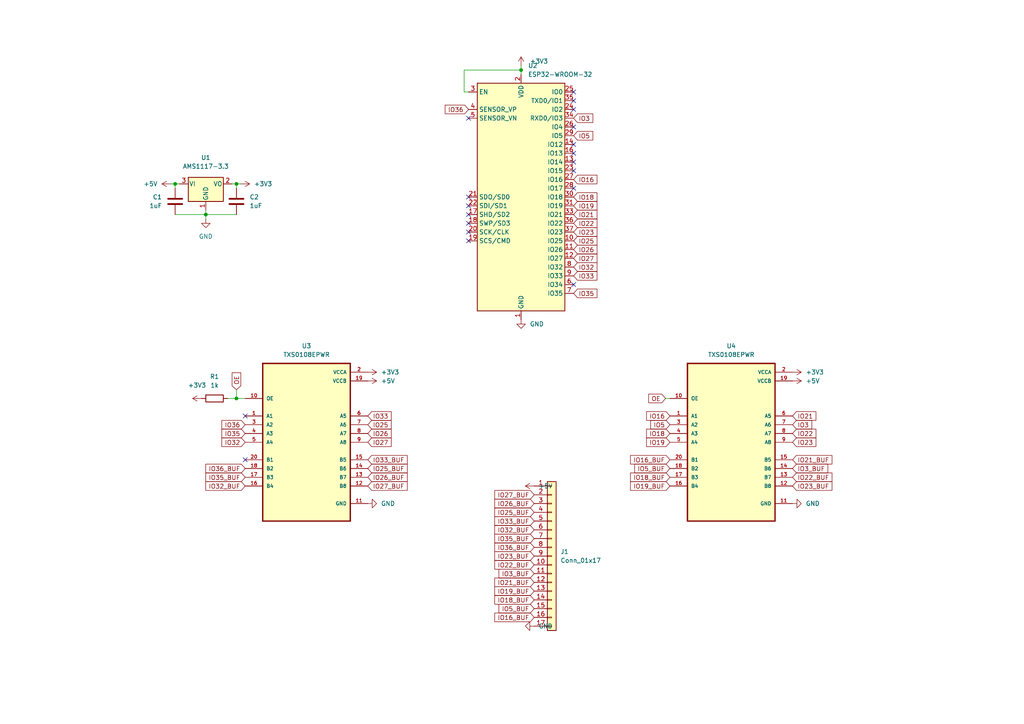
<source format=kicad_sch>
(kicad_sch (version 20211123) (generator eeschema)

  (uuid d5c1dcf1-edf4-413c-85e7-0bd75832abd7)

  (paper "A4")

  (lib_symbols
    (symbol "Connector_Generic:Conn_01x17" (pin_names (offset 1.016) hide) (in_bom yes) (on_board yes)
      (property "Reference" "J" (id 0) (at 0 22.86 0)
        (effects (font (size 1.27 1.27)))
      )
      (property "Value" "Conn_01x17" (id 1) (at 0 -22.86 0)
        (effects (font (size 1.27 1.27)))
      )
      (property "Footprint" "" (id 2) (at 0 0 0)
        (effects (font (size 1.27 1.27)) hide)
      )
      (property "Datasheet" "~" (id 3) (at 0 0 0)
        (effects (font (size 1.27 1.27)) hide)
      )
      (property "ki_keywords" "connector" (id 4) (at 0 0 0)
        (effects (font (size 1.27 1.27)) hide)
      )
      (property "ki_description" "Generic connector, single row, 01x17, script generated (kicad-library-utils/schlib/autogen/connector/)" (id 5) (at 0 0 0)
        (effects (font (size 1.27 1.27)) hide)
      )
      (property "ki_fp_filters" "Connector*:*_1x??_*" (id 6) (at 0 0 0)
        (effects (font (size 1.27 1.27)) hide)
      )
      (symbol "Conn_01x17_1_1"
        (rectangle (start -1.27 -20.193) (end 0 -20.447)
          (stroke (width 0.1524) (type default) (color 0 0 0 0))
          (fill (type none))
        )
        (rectangle (start -1.27 -17.653) (end 0 -17.907)
          (stroke (width 0.1524) (type default) (color 0 0 0 0))
          (fill (type none))
        )
        (rectangle (start -1.27 -15.113) (end 0 -15.367)
          (stroke (width 0.1524) (type default) (color 0 0 0 0))
          (fill (type none))
        )
        (rectangle (start -1.27 -12.573) (end 0 -12.827)
          (stroke (width 0.1524) (type default) (color 0 0 0 0))
          (fill (type none))
        )
        (rectangle (start -1.27 -10.033) (end 0 -10.287)
          (stroke (width 0.1524) (type default) (color 0 0 0 0))
          (fill (type none))
        )
        (rectangle (start -1.27 -7.493) (end 0 -7.747)
          (stroke (width 0.1524) (type default) (color 0 0 0 0))
          (fill (type none))
        )
        (rectangle (start -1.27 -4.953) (end 0 -5.207)
          (stroke (width 0.1524) (type default) (color 0 0 0 0))
          (fill (type none))
        )
        (rectangle (start -1.27 -2.413) (end 0 -2.667)
          (stroke (width 0.1524) (type default) (color 0 0 0 0))
          (fill (type none))
        )
        (rectangle (start -1.27 0.127) (end 0 -0.127)
          (stroke (width 0.1524) (type default) (color 0 0 0 0))
          (fill (type none))
        )
        (rectangle (start -1.27 2.667) (end 0 2.413)
          (stroke (width 0.1524) (type default) (color 0 0 0 0))
          (fill (type none))
        )
        (rectangle (start -1.27 5.207) (end 0 4.953)
          (stroke (width 0.1524) (type default) (color 0 0 0 0))
          (fill (type none))
        )
        (rectangle (start -1.27 7.747) (end 0 7.493)
          (stroke (width 0.1524) (type default) (color 0 0 0 0))
          (fill (type none))
        )
        (rectangle (start -1.27 10.287) (end 0 10.033)
          (stroke (width 0.1524) (type default) (color 0 0 0 0))
          (fill (type none))
        )
        (rectangle (start -1.27 12.827) (end 0 12.573)
          (stroke (width 0.1524) (type default) (color 0 0 0 0))
          (fill (type none))
        )
        (rectangle (start -1.27 15.367) (end 0 15.113)
          (stroke (width 0.1524) (type default) (color 0 0 0 0))
          (fill (type none))
        )
        (rectangle (start -1.27 17.907) (end 0 17.653)
          (stroke (width 0.1524) (type default) (color 0 0 0 0))
          (fill (type none))
        )
        (rectangle (start -1.27 20.447) (end 0 20.193)
          (stroke (width 0.1524) (type default) (color 0 0 0 0))
          (fill (type none))
        )
        (rectangle (start -1.27 21.59) (end 1.27 -21.59)
          (stroke (width 0.254) (type default) (color 0 0 0 0))
          (fill (type background))
        )
        (pin passive line (at -5.08 20.32 0) (length 3.81)
          (name "Pin_1" (effects (font (size 1.27 1.27))))
          (number "1" (effects (font (size 1.27 1.27))))
        )
        (pin passive line (at -5.08 -2.54 0) (length 3.81)
          (name "Pin_10" (effects (font (size 1.27 1.27))))
          (number "10" (effects (font (size 1.27 1.27))))
        )
        (pin passive line (at -5.08 -5.08 0) (length 3.81)
          (name "Pin_11" (effects (font (size 1.27 1.27))))
          (number "11" (effects (font (size 1.27 1.27))))
        )
        (pin passive line (at -5.08 -7.62 0) (length 3.81)
          (name "Pin_12" (effects (font (size 1.27 1.27))))
          (number "12" (effects (font (size 1.27 1.27))))
        )
        (pin passive line (at -5.08 -10.16 0) (length 3.81)
          (name "Pin_13" (effects (font (size 1.27 1.27))))
          (number "13" (effects (font (size 1.27 1.27))))
        )
        (pin passive line (at -5.08 -12.7 0) (length 3.81)
          (name "Pin_14" (effects (font (size 1.27 1.27))))
          (number "14" (effects (font (size 1.27 1.27))))
        )
        (pin passive line (at -5.08 -15.24 0) (length 3.81)
          (name "Pin_15" (effects (font (size 1.27 1.27))))
          (number "15" (effects (font (size 1.27 1.27))))
        )
        (pin passive line (at -5.08 -17.78 0) (length 3.81)
          (name "Pin_16" (effects (font (size 1.27 1.27))))
          (number "16" (effects (font (size 1.27 1.27))))
        )
        (pin passive line (at -5.08 -20.32 0) (length 3.81)
          (name "Pin_17" (effects (font (size 1.27 1.27))))
          (number "17" (effects (font (size 1.27 1.27))))
        )
        (pin passive line (at -5.08 17.78 0) (length 3.81)
          (name "Pin_2" (effects (font (size 1.27 1.27))))
          (number "2" (effects (font (size 1.27 1.27))))
        )
        (pin passive line (at -5.08 15.24 0) (length 3.81)
          (name "Pin_3" (effects (font (size 1.27 1.27))))
          (number "3" (effects (font (size 1.27 1.27))))
        )
        (pin passive line (at -5.08 12.7 0) (length 3.81)
          (name "Pin_4" (effects (font (size 1.27 1.27))))
          (number "4" (effects (font (size 1.27 1.27))))
        )
        (pin passive line (at -5.08 10.16 0) (length 3.81)
          (name "Pin_5" (effects (font (size 1.27 1.27))))
          (number "5" (effects (font (size 1.27 1.27))))
        )
        (pin passive line (at -5.08 7.62 0) (length 3.81)
          (name "Pin_6" (effects (font (size 1.27 1.27))))
          (number "6" (effects (font (size 1.27 1.27))))
        )
        (pin passive line (at -5.08 5.08 0) (length 3.81)
          (name "Pin_7" (effects (font (size 1.27 1.27))))
          (number "7" (effects (font (size 1.27 1.27))))
        )
        (pin passive line (at -5.08 2.54 0) (length 3.81)
          (name "Pin_8" (effects (font (size 1.27 1.27))))
          (number "8" (effects (font (size 1.27 1.27))))
        )
        (pin passive line (at -5.08 0 0) (length 3.81)
          (name "Pin_9" (effects (font (size 1.27 1.27))))
          (number "9" (effects (font (size 1.27 1.27))))
        )
      )
    )
    (symbol "Device:C" (pin_numbers hide) (pin_names (offset 0.254)) (in_bom yes) (on_board yes)
      (property "Reference" "C" (id 0) (at 0.635 2.54 0)
        (effects (font (size 1.27 1.27)) (justify left))
      )
      (property "Value" "C" (id 1) (at 0.635 -2.54 0)
        (effects (font (size 1.27 1.27)) (justify left))
      )
      (property "Footprint" "" (id 2) (at 0.9652 -3.81 0)
        (effects (font (size 1.27 1.27)) hide)
      )
      (property "Datasheet" "~" (id 3) (at 0 0 0)
        (effects (font (size 1.27 1.27)) hide)
      )
      (property "ki_keywords" "cap capacitor" (id 4) (at 0 0 0)
        (effects (font (size 1.27 1.27)) hide)
      )
      (property "ki_description" "Unpolarized capacitor" (id 5) (at 0 0 0)
        (effects (font (size 1.27 1.27)) hide)
      )
      (property "ki_fp_filters" "C_*" (id 6) (at 0 0 0)
        (effects (font (size 1.27 1.27)) hide)
      )
      (symbol "C_0_1"
        (polyline
          (pts
            (xy -2.032 -0.762)
            (xy 2.032 -0.762)
          )
          (stroke (width 0.508) (type default) (color 0 0 0 0))
          (fill (type none))
        )
        (polyline
          (pts
            (xy -2.032 0.762)
            (xy 2.032 0.762)
          )
          (stroke (width 0.508) (type default) (color 0 0 0 0))
          (fill (type none))
        )
      )
      (symbol "C_1_1"
        (pin passive line (at 0 3.81 270) (length 2.794)
          (name "~" (effects (font (size 1.27 1.27))))
          (number "1" (effects (font (size 1.27 1.27))))
        )
        (pin passive line (at 0 -3.81 90) (length 2.794)
          (name "~" (effects (font (size 1.27 1.27))))
          (number "2" (effects (font (size 1.27 1.27))))
        )
      )
    )
    (symbol "Device:R" (pin_numbers hide) (pin_names (offset 0)) (in_bom yes) (on_board yes)
      (property "Reference" "R" (id 0) (at 2.032 0 90)
        (effects (font (size 1.27 1.27)))
      )
      (property "Value" "R" (id 1) (at 0 0 90)
        (effects (font (size 1.27 1.27)))
      )
      (property "Footprint" "" (id 2) (at -1.778 0 90)
        (effects (font (size 1.27 1.27)) hide)
      )
      (property "Datasheet" "~" (id 3) (at 0 0 0)
        (effects (font (size 1.27 1.27)) hide)
      )
      (property "ki_keywords" "R res resistor" (id 4) (at 0 0 0)
        (effects (font (size 1.27 1.27)) hide)
      )
      (property "ki_description" "Resistor" (id 5) (at 0 0 0)
        (effects (font (size 1.27 1.27)) hide)
      )
      (property "ki_fp_filters" "R_*" (id 6) (at 0 0 0)
        (effects (font (size 1.27 1.27)) hide)
      )
      (symbol "R_0_1"
        (rectangle (start -1.016 -2.54) (end 1.016 2.54)
          (stroke (width 0.254) (type default) (color 0 0 0 0))
          (fill (type none))
        )
      )
      (symbol "R_1_1"
        (pin passive line (at 0 3.81 270) (length 1.27)
          (name "~" (effects (font (size 1.27 1.27))))
          (number "1" (effects (font (size 1.27 1.27))))
        )
        (pin passive line (at 0 -3.81 90) (length 1.27)
          (name "~" (effects (font (size 1.27 1.27))))
          (number "2" (effects (font (size 1.27 1.27))))
        )
      )
    )
    (symbol "RF_Module:ESP32-WROOM-32" (in_bom yes) (on_board yes)
      (property "Reference" "U" (id 0) (at -12.7 34.29 0)
        (effects (font (size 1.27 1.27)) (justify left))
      )
      (property "Value" "ESP32-WROOM-32" (id 1) (at 1.27 34.29 0)
        (effects (font (size 1.27 1.27)) (justify left))
      )
      (property "Footprint" "RF_Module:ESP32-WROOM-32" (id 2) (at 0 -38.1 0)
        (effects (font (size 1.27 1.27)) hide)
      )
      (property "Datasheet" "https://www.espressif.com/sites/default/files/documentation/esp32-wroom-32_datasheet_en.pdf" (id 3) (at -7.62 1.27 0)
        (effects (font (size 1.27 1.27)) hide)
      )
      (property "ki_keywords" "RF Radio BT ESP ESP32 Espressif onboard PCB antenna" (id 4) (at 0 0 0)
        (effects (font (size 1.27 1.27)) hide)
      )
      (property "ki_description" "RF Module, ESP32-D0WDQ6 SoC, Wi-Fi 802.11b/g/n, Bluetooth, BLE, 32-bit, 2.7-3.6V, onboard antenna, SMD" (id 5) (at 0 0 0)
        (effects (font (size 1.27 1.27)) hide)
      )
      (property "ki_fp_filters" "ESP32?WROOM?32*" (id 6) (at 0 0 0)
        (effects (font (size 1.27 1.27)) hide)
      )
      (symbol "ESP32-WROOM-32_0_1"
        (rectangle (start -12.7 33.02) (end 12.7 -33.02)
          (stroke (width 0.254) (type default) (color 0 0 0 0))
          (fill (type background))
        )
      )
      (symbol "ESP32-WROOM-32_1_1"
        (pin power_in line (at 0 -35.56 90) (length 2.54)
          (name "GND" (effects (font (size 1.27 1.27))))
          (number "1" (effects (font (size 1.27 1.27))))
        )
        (pin bidirectional line (at 15.24 -12.7 180) (length 2.54)
          (name "IO25" (effects (font (size 1.27 1.27))))
          (number "10" (effects (font (size 1.27 1.27))))
        )
        (pin bidirectional line (at 15.24 -15.24 180) (length 2.54)
          (name "IO26" (effects (font (size 1.27 1.27))))
          (number "11" (effects (font (size 1.27 1.27))))
        )
        (pin bidirectional line (at 15.24 -17.78 180) (length 2.54)
          (name "IO27" (effects (font (size 1.27 1.27))))
          (number "12" (effects (font (size 1.27 1.27))))
        )
        (pin bidirectional line (at 15.24 10.16 180) (length 2.54)
          (name "IO14" (effects (font (size 1.27 1.27))))
          (number "13" (effects (font (size 1.27 1.27))))
        )
        (pin bidirectional line (at 15.24 15.24 180) (length 2.54)
          (name "IO12" (effects (font (size 1.27 1.27))))
          (number "14" (effects (font (size 1.27 1.27))))
        )
        (pin passive line (at 0 -35.56 90) (length 2.54) hide
          (name "GND" (effects (font (size 1.27 1.27))))
          (number "15" (effects (font (size 1.27 1.27))))
        )
        (pin bidirectional line (at 15.24 12.7 180) (length 2.54)
          (name "IO13" (effects (font (size 1.27 1.27))))
          (number "16" (effects (font (size 1.27 1.27))))
        )
        (pin bidirectional line (at -15.24 -5.08 0) (length 2.54)
          (name "SHD/SD2" (effects (font (size 1.27 1.27))))
          (number "17" (effects (font (size 1.27 1.27))))
        )
        (pin bidirectional line (at -15.24 -7.62 0) (length 2.54)
          (name "SWP/SD3" (effects (font (size 1.27 1.27))))
          (number "18" (effects (font (size 1.27 1.27))))
        )
        (pin bidirectional line (at -15.24 -12.7 0) (length 2.54)
          (name "SCS/CMD" (effects (font (size 1.27 1.27))))
          (number "19" (effects (font (size 1.27 1.27))))
        )
        (pin power_in line (at 0 35.56 270) (length 2.54)
          (name "VDD" (effects (font (size 1.27 1.27))))
          (number "2" (effects (font (size 1.27 1.27))))
        )
        (pin bidirectional line (at -15.24 -10.16 0) (length 2.54)
          (name "SCK/CLK" (effects (font (size 1.27 1.27))))
          (number "20" (effects (font (size 1.27 1.27))))
        )
        (pin bidirectional line (at -15.24 0 0) (length 2.54)
          (name "SDO/SD0" (effects (font (size 1.27 1.27))))
          (number "21" (effects (font (size 1.27 1.27))))
        )
        (pin bidirectional line (at -15.24 -2.54 0) (length 2.54)
          (name "SDI/SD1" (effects (font (size 1.27 1.27))))
          (number "22" (effects (font (size 1.27 1.27))))
        )
        (pin bidirectional line (at 15.24 7.62 180) (length 2.54)
          (name "IO15" (effects (font (size 1.27 1.27))))
          (number "23" (effects (font (size 1.27 1.27))))
        )
        (pin bidirectional line (at 15.24 25.4 180) (length 2.54)
          (name "IO2" (effects (font (size 1.27 1.27))))
          (number "24" (effects (font (size 1.27 1.27))))
        )
        (pin bidirectional line (at 15.24 30.48 180) (length 2.54)
          (name "IO0" (effects (font (size 1.27 1.27))))
          (number "25" (effects (font (size 1.27 1.27))))
        )
        (pin bidirectional line (at 15.24 20.32 180) (length 2.54)
          (name "IO4" (effects (font (size 1.27 1.27))))
          (number "26" (effects (font (size 1.27 1.27))))
        )
        (pin bidirectional line (at 15.24 5.08 180) (length 2.54)
          (name "IO16" (effects (font (size 1.27 1.27))))
          (number "27" (effects (font (size 1.27 1.27))))
        )
        (pin bidirectional line (at 15.24 2.54 180) (length 2.54)
          (name "IO17" (effects (font (size 1.27 1.27))))
          (number "28" (effects (font (size 1.27 1.27))))
        )
        (pin bidirectional line (at 15.24 17.78 180) (length 2.54)
          (name "IO5" (effects (font (size 1.27 1.27))))
          (number "29" (effects (font (size 1.27 1.27))))
        )
        (pin input line (at -15.24 30.48 0) (length 2.54)
          (name "EN" (effects (font (size 1.27 1.27))))
          (number "3" (effects (font (size 1.27 1.27))))
        )
        (pin bidirectional line (at 15.24 0 180) (length 2.54)
          (name "IO18" (effects (font (size 1.27 1.27))))
          (number "30" (effects (font (size 1.27 1.27))))
        )
        (pin bidirectional line (at 15.24 -2.54 180) (length 2.54)
          (name "IO19" (effects (font (size 1.27 1.27))))
          (number "31" (effects (font (size 1.27 1.27))))
        )
        (pin no_connect line (at -12.7 -27.94 0) (length 2.54) hide
          (name "NC" (effects (font (size 1.27 1.27))))
          (number "32" (effects (font (size 1.27 1.27))))
        )
        (pin bidirectional line (at 15.24 -5.08 180) (length 2.54)
          (name "IO21" (effects (font (size 1.27 1.27))))
          (number "33" (effects (font (size 1.27 1.27))))
        )
        (pin bidirectional line (at 15.24 22.86 180) (length 2.54)
          (name "RXD0/IO3" (effects (font (size 1.27 1.27))))
          (number "34" (effects (font (size 1.27 1.27))))
        )
        (pin bidirectional line (at 15.24 27.94 180) (length 2.54)
          (name "TXD0/IO1" (effects (font (size 1.27 1.27))))
          (number "35" (effects (font (size 1.27 1.27))))
        )
        (pin bidirectional line (at 15.24 -7.62 180) (length 2.54)
          (name "IO22" (effects (font (size 1.27 1.27))))
          (number "36" (effects (font (size 1.27 1.27))))
        )
        (pin bidirectional line (at 15.24 -10.16 180) (length 2.54)
          (name "IO23" (effects (font (size 1.27 1.27))))
          (number "37" (effects (font (size 1.27 1.27))))
        )
        (pin passive line (at 0 -35.56 90) (length 2.54) hide
          (name "GND" (effects (font (size 1.27 1.27))))
          (number "38" (effects (font (size 1.27 1.27))))
        )
        (pin passive line (at 0 -35.56 90) (length 2.54) hide
          (name "GND" (effects (font (size 1.27 1.27))))
          (number "39" (effects (font (size 1.27 1.27))))
        )
        (pin input line (at -15.24 25.4 0) (length 2.54)
          (name "SENSOR_VP" (effects (font (size 1.27 1.27))))
          (number "4" (effects (font (size 1.27 1.27))))
        )
        (pin input line (at -15.24 22.86 0) (length 2.54)
          (name "SENSOR_VN" (effects (font (size 1.27 1.27))))
          (number "5" (effects (font (size 1.27 1.27))))
        )
        (pin input line (at 15.24 -25.4 180) (length 2.54)
          (name "IO34" (effects (font (size 1.27 1.27))))
          (number "6" (effects (font (size 1.27 1.27))))
        )
        (pin input line (at 15.24 -27.94 180) (length 2.54)
          (name "IO35" (effects (font (size 1.27 1.27))))
          (number "7" (effects (font (size 1.27 1.27))))
        )
        (pin bidirectional line (at 15.24 -20.32 180) (length 2.54)
          (name "IO32" (effects (font (size 1.27 1.27))))
          (number "8" (effects (font (size 1.27 1.27))))
        )
        (pin bidirectional line (at 15.24 -22.86 180) (length 2.54)
          (name "IO33" (effects (font (size 1.27 1.27))))
          (number "9" (effects (font (size 1.27 1.27))))
        )
      )
    )
    (symbol "Regulator_Linear:AMS1117-3.3" (pin_names (offset 0.254)) (in_bom yes) (on_board yes)
      (property "Reference" "U" (id 0) (at -3.81 3.175 0)
        (effects (font (size 1.27 1.27)))
      )
      (property "Value" "AMS1117-3.3" (id 1) (at 0 3.175 0)
        (effects (font (size 1.27 1.27)) (justify left))
      )
      (property "Footprint" "Package_TO_SOT_SMD:SOT-223-3_TabPin2" (id 2) (at 0 5.08 0)
        (effects (font (size 1.27 1.27)) hide)
      )
      (property "Datasheet" "http://www.advanced-monolithic.com/pdf/ds1117.pdf" (id 3) (at 2.54 -6.35 0)
        (effects (font (size 1.27 1.27)) hide)
      )
      (property "ki_keywords" "linear regulator ldo fixed positive" (id 4) (at 0 0 0)
        (effects (font (size 1.27 1.27)) hide)
      )
      (property "ki_description" "1A Low Dropout regulator, positive, 3.3V fixed output, SOT-223" (id 5) (at 0 0 0)
        (effects (font (size 1.27 1.27)) hide)
      )
      (property "ki_fp_filters" "SOT?223*TabPin2*" (id 6) (at 0 0 0)
        (effects (font (size 1.27 1.27)) hide)
      )
      (symbol "AMS1117-3.3_0_1"
        (rectangle (start -5.08 -5.08) (end 5.08 1.905)
          (stroke (width 0.254) (type default) (color 0 0 0 0))
          (fill (type background))
        )
      )
      (symbol "AMS1117-3.3_1_1"
        (pin power_in line (at 0 -7.62 90) (length 2.54)
          (name "GND" (effects (font (size 1.27 1.27))))
          (number "1" (effects (font (size 1.27 1.27))))
        )
        (pin power_out line (at 7.62 0 180) (length 2.54)
          (name "VO" (effects (font (size 1.27 1.27))))
          (number "2" (effects (font (size 1.27 1.27))))
        )
        (pin power_in line (at -7.62 0 0) (length 2.54)
          (name "VI" (effects (font (size 1.27 1.27))))
          (number "3" (effects (font (size 1.27 1.27))))
        )
      )
    )
    (symbol "TXS0108EPWR:TXS0108EPWR" (pin_names (offset 1.016)) (in_bom yes) (on_board yes)
      (property "Reference" "U" (id 0) (at -12.7 23.86 0)
        (effects (font (size 1.27 1.27)) (justify left bottom))
      )
      (property "Value" "TXS0108EPWR" (id 1) (at -12.7 -26.86 0)
        (effects (font (size 1.27 1.27)) (justify left bottom))
      )
      (property "Footprint" "SOP65P640X120-20N" (id 2) (at 0 0 0)
        (effects (font (size 1.27 1.27)) (justify bottom) hide)
      )
      (property "Datasheet" "" (id 3) (at 0 0 0)
        (effects (font (size 1.27 1.27)) hide)
      )
      (symbol "TXS0108EPWR_0_0"
        (rectangle (start -12.7 -22.86) (end 12.7 22.86)
          (stroke (width 0.41) (type default) (color 0 0 0 0))
          (fill (type background))
        )
        (pin bidirectional line (at -17.78 7.62 0) (length 5.08)
          (name "A1" (effects (font (size 1.016 1.016))))
          (number "1" (effects (font (size 1.016 1.016))))
        )
        (pin input line (at -17.78 12.7 0) (length 5.08)
          (name "OE" (effects (font (size 1.016 1.016))))
          (number "10" (effects (font (size 1.016 1.016))))
        )
        (pin power_in line (at 17.78 -17.78 180) (length 5.08)
          (name "GND" (effects (font (size 1.016 1.016))))
          (number "11" (effects (font (size 1.016 1.016))))
        )
        (pin bidirectional line (at 17.78 -12.7 180) (length 5.08)
          (name "B8" (effects (font (size 1.016 1.016))))
          (number "12" (effects (font (size 1.016 1.016))))
        )
        (pin bidirectional line (at 17.78 -10.16 180) (length 5.08)
          (name "B7" (effects (font (size 1.016 1.016))))
          (number "13" (effects (font (size 1.016 1.016))))
        )
        (pin bidirectional line (at 17.78 -7.62 180) (length 5.08)
          (name "B6" (effects (font (size 1.016 1.016))))
          (number "14" (effects (font (size 1.016 1.016))))
        )
        (pin bidirectional line (at 17.78 -5.08 180) (length 5.08)
          (name "B5" (effects (font (size 1.016 1.016))))
          (number "15" (effects (font (size 1.016 1.016))))
        )
        (pin bidirectional line (at -17.78 -12.7 0) (length 5.08)
          (name "B4" (effects (font (size 1.016 1.016))))
          (number "16" (effects (font (size 1.016 1.016))))
        )
        (pin bidirectional line (at -17.78 -10.16 0) (length 5.08)
          (name "B3" (effects (font (size 1.016 1.016))))
          (number "17" (effects (font (size 1.016 1.016))))
        )
        (pin bidirectional line (at -17.78 -7.62 0) (length 5.08)
          (name "B2" (effects (font (size 1.016 1.016))))
          (number "18" (effects (font (size 1.016 1.016))))
        )
        (pin power_in line (at 17.78 17.78 180) (length 5.08)
          (name "VCCB" (effects (font (size 1.016 1.016))))
          (number "19" (effects (font (size 1.016 1.016))))
        )
        (pin power_in line (at 17.78 20.32 180) (length 5.08)
          (name "VCCA" (effects (font (size 1.016 1.016))))
          (number "2" (effects (font (size 1.016 1.016))))
        )
        (pin bidirectional line (at -17.78 -5.08 0) (length 5.08)
          (name "B1" (effects (font (size 1.016 1.016))))
          (number "20" (effects (font (size 1.016 1.016))))
        )
        (pin bidirectional line (at -17.78 5.08 0) (length 5.08)
          (name "A2" (effects (font (size 1.016 1.016))))
          (number "3" (effects (font (size 1.016 1.016))))
        )
        (pin bidirectional line (at -17.78 2.54 0) (length 5.08)
          (name "A3" (effects (font (size 1.016 1.016))))
          (number "4" (effects (font (size 1.016 1.016))))
        )
        (pin bidirectional line (at -17.78 0 0) (length 5.08)
          (name "A4" (effects (font (size 1.016 1.016))))
          (number "5" (effects (font (size 1.016 1.016))))
        )
        (pin bidirectional line (at 17.78 7.62 180) (length 5.08)
          (name "A5" (effects (font (size 1.016 1.016))))
          (number "6" (effects (font (size 1.016 1.016))))
        )
        (pin bidirectional line (at 17.78 5.08 180) (length 5.08)
          (name "A6" (effects (font (size 1.016 1.016))))
          (number "7" (effects (font (size 1.016 1.016))))
        )
        (pin bidirectional line (at 17.78 2.54 180) (length 5.08)
          (name "A7" (effects (font (size 1.016 1.016))))
          (number "8" (effects (font (size 1.016 1.016))))
        )
        (pin bidirectional line (at 17.78 0 180) (length 5.08)
          (name "A8" (effects (font (size 1.016 1.016))))
          (number "9" (effects (font (size 1.016 1.016))))
        )
      )
    )
    (symbol "power:+3V3" (power) (pin_names (offset 0)) (in_bom yes) (on_board yes)
      (property "Reference" "#PWR" (id 0) (at 0 -3.81 0)
        (effects (font (size 1.27 1.27)) hide)
      )
      (property "Value" "+3V3" (id 1) (at 0 3.556 0)
        (effects (font (size 1.27 1.27)))
      )
      (property "Footprint" "" (id 2) (at 0 0 0)
        (effects (font (size 1.27 1.27)) hide)
      )
      (property "Datasheet" "" (id 3) (at 0 0 0)
        (effects (font (size 1.27 1.27)) hide)
      )
      (property "ki_keywords" "power-flag" (id 4) (at 0 0 0)
        (effects (font (size 1.27 1.27)) hide)
      )
      (property "ki_description" "Power symbol creates a global label with name \"+3V3\"" (id 5) (at 0 0 0)
        (effects (font (size 1.27 1.27)) hide)
      )
      (symbol "+3V3_0_1"
        (polyline
          (pts
            (xy -0.762 1.27)
            (xy 0 2.54)
          )
          (stroke (width 0) (type default) (color 0 0 0 0))
          (fill (type none))
        )
        (polyline
          (pts
            (xy 0 0)
            (xy 0 2.54)
          )
          (stroke (width 0) (type default) (color 0 0 0 0))
          (fill (type none))
        )
        (polyline
          (pts
            (xy 0 2.54)
            (xy 0.762 1.27)
          )
          (stroke (width 0) (type default) (color 0 0 0 0))
          (fill (type none))
        )
      )
      (symbol "+3V3_1_1"
        (pin power_in line (at 0 0 90) (length 0) hide
          (name "+3V3" (effects (font (size 1.27 1.27))))
          (number "1" (effects (font (size 1.27 1.27))))
        )
      )
    )
    (symbol "power:+5V" (power) (pin_names (offset 0)) (in_bom yes) (on_board yes)
      (property "Reference" "#PWR" (id 0) (at 0 -3.81 0)
        (effects (font (size 1.27 1.27)) hide)
      )
      (property "Value" "+5V" (id 1) (at 0 3.556 0)
        (effects (font (size 1.27 1.27)))
      )
      (property "Footprint" "" (id 2) (at 0 0 0)
        (effects (font (size 1.27 1.27)) hide)
      )
      (property "Datasheet" "" (id 3) (at 0 0 0)
        (effects (font (size 1.27 1.27)) hide)
      )
      (property "ki_keywords" "power-flag" (id 4) (at 0 0 0)
        (effects (font (size 1.27 1.27)) hide)
      )
      (property "ki_description" "Power symbol creates a global label with name \"+5V\"" (id 5) (at 0 0 0)
        (effects (font (size 1.27 1.27)) hide)
      )
      (symbol "+5V_0_1"
        (polyline
          (pts
            (xy -0.762 1.27)
            (xy 0 2.54)
          )
          (stroke (width 0) (type default) (color 0 0 0 0))
          (fill (type none))
        )
        (polyline
          (pts
            (xy 0 0)
            (xy 0 2.54)
          )
          (stroke (width 0) (type default) (color 0 0 0 0))
          (fill (type none))
        )
        (polyline
          (pts
            (xy 0 2.54)
            (xy 0.762 1.27)
          )
          (stroke (width 0) (type default) (color 0 0 0 0))
          (fill (type none))
        )
      )
      (symbol "+5V_1_1"
        (pin power_in line (at 0 0 90) (length 0) hide
          (name "+5V" (effects (font (size 1.27 1.27))))
          (number "1" (effects (font (size 1.27 1.27))))
        )
      )
    )
    (symbol "power:GND" (power) (pin_names (offset 0)) (in_bom yes) (on_board yes)
      (property "Reference" "#PWR" (id 0) (at 0 -6.35 0)
        (effects (font (size 1.27 1.27)) hide)
      )
      (property "Value" "GND" (id 1) (at 0 -3.81 0)
        (effects (font (size 1.27 1.27)))
      )
      (property "Footprint" "" (id 2) (at 0 0 0)
        (effects (font (size 1.27 1.27)) hide)
      )
      (property "Datasheet" "" (id 3) (at 0 0 0)
        (effects (font (size 1.27 1.27)) hide)
      )
      (property "ki_keywords" "power-flag" (id 4) (at 0 0 0)
        (effects (font (size 1.27 1.27)) hide)
      )
      (property "ki_description" "Power symbol creates a global label with name \"GND\" , ground" (id 5) (at 0 0 0)
        (effects (font (size 1.27 1.27)) hide)
      )
      (symbol "GND_0_1"
        (polyline
          (pts
            (xy 0 0)
            (xy 0 -1.27)
            (xy 1.27 -1.27)
            (xy 0 -2.54)
            (xy -1.27 -1.27)
            (xy 0 -1.27)
          )
          (stroke (width 0) (type default) (color 0 0 0 0))
          (fill (type none))
        )
      )
      (symbol "GND_1_1"
        (pin power_in line (at 0 0 270) (length 0) hide
          (name "GND" (effects (font (size 1.27 1.27))))
          (number "1" (effects (font (size 1.27 1.27))))
        )
      )
    )
  )

  (junction (at 50.8 53.34) (diameter 0) (color 0 0 0 0)
    (uuid 80b05ca7-57e5-4360-ab89-d7964ad02135)
  )
  (junction (at 151.13 20.32) (diameter 0) (color 0 0 0 0)
    (uuid 8346bebf-e016-4b15-8478-a39f1b6c24da)
  )
  (junction (at 68.58 115.57) (diameter 0) (color 0 0 0 0)
    (uuid 8e6c2a9f-19b0-488f-b09c-b89c29187762)
  )
  (junction (at 68.58 53.34) (diameter 0) (color 0 0 0 0)
    (uuid d9ae6dd2-5e3d-4863-bacf-51ce3c56e86a)
  )
  (junction (at 59.69 62.23) (diameter 0) (color 0 0 0 0)
    (uuid e297de3b-7dbf-4d7b-9f27-da10bbf476a1)
  )

  (no_connect (at 71.12 120.65) (uuid 5a8a4c74-30db-472e-b662-00f95caaa6a1))
  (no_connect (at 71.12 133.35) (uuid 5a8a4c74-30db-472e-b662-00f95caaa6a2))
  (no_connect (at 135.89 34.29) (uuid 6c52f559-4cd1-4dc2-b4d0-280381a6a382))
  (no_connect (at 135.89 57.15) (uuid 6c52f559-4cd1-4dc2-b4d0-280381a6a383))
  (no_connect (at 135.89 59.69) (uuid 6c52f559-4cd1-4dc2-b4d0-280381a6a384))
  (no_connect (at 135.89 62.23) (uuid 6c52f559-4cd1-4dc2-b4d0-280381a6a385))
  (no_connect (at 135.89 64.77) (uuid 6c52f559-4cd1-4dc2-b4d0-280381a6a386))
  (no_connect (at 135.89 67.31) (uuid 6c52f559-4cd1-4dc2-b4d0-280381a6a387))
  (no_connect (at 135.89 69.85) (uuid 6c52f559-4cd1-4dc2-b4d0-280381a6a388))
  (no_connect (at 166.37 54.61) (uuid 6c52f559-4cd1-4dc2-b4d0-280381a6a389))
  (no_connect (at 166.37 26.67) (uuid 6c52f559-4cd1-4dc2-b4d0-280381a6a38a))
  (no_connect (at 166.37 31.75) (uuid 6c52f559-4cd1-4dc2-b4d0-280381a6a38b))
  (no_connect (at 166.37 29.21) (uuid 6c52f559-4cd1-4dc2-b4d0-280381a6a38c))
  (no_connect (at 166.37 46.99) (uuid 6c52f559-4cd1-4dc2-b4d0-280381a6a38d))
  (no_connect (at 166.37 44.45) (uuid 6c52f559-4cd1-4dc2-b4d0-280381a6a38e))
  (no_connect (at 166.37 41.91) (uuid 6c52f559-4cd1-4dc2-b4d0-280381a6a38f))
  (no_connect (at 166.37 36.83) (uuid 6c52f559-4cd1-4dc2-b4d0-280381a6a390))
  (no_connect (at 166.37 49.53) (uuid 6c52f559-4cd1-4dc2-b4d0-280381a6a391))
  (no_connect (at 166.37 82.55) (uuid 6c52f559-4cd1-4dc2-b4d0-280381a6a392))

  (wire (pts (xy 68.58 115.57) (xy 71.12 115.57))
    (stroke (width 0) (type default) (color 0 0 0 0))
    (uuid 07e7a22b-5821-42d1-b9c1-4f8a8e0d06d7)
  )
  (wire (pts (xy 134.62 20.32) (xy 151.13 20.32))
    (stroke (width 0) (type default) (color 0 0 0 0))
    (uuid 0976ffb1-978f-4794-a8ec-0d4e31bc95a7)
  )
  (wire (pts (xy 59.69 60.96) (xy 59.69 62.23))
    (stroke (width 0) (type default) (color 0 0 0 0))
    (uuid 0f1068cb-50e9-44ea-9479-a634878a7f8b)
  )
  (wire (pts (xy 151.13 20.32) (xy 151.13 21.59))
    (stroke (width 0) (type default) (color 0 0 0 0))
    (uuid 0f3016dd-b567-4d4c-b800-7fd7e1df6d4b)
  )
  (wire (pts (xy 68.58 53.34) (xy 69.85 53.34))
    (stroke (width 0) (type default) (color 0 0 0 0))
    (uuid 23fcd0e5-bc20-4190-8af5-3b9e34d6faa2)
  )
  (wire (pts (xy 135.89 26.67) (xy 134.62 26.67))
    (stroke (width 0) (type default) (color 0 0 0 0))
    (uuid 29cbe53f-d0bc-4ec3-9e06-7043022c8d0a)
  )
  (wire (pts (xy 50.8 53.34) (xy 50.8 54.61))
    (stroke (width 0) (type default) (color 0 0 0 0))
    (uuid 31341ded-071a-4d3c-98f6-c9e3ef54041c)
  )
  (wire (pts (xy 151.13 19.05) (xy 151.13 20.32))
    (stroke (width 0) (type default) (color 0 0 0 0))
    (uuid 4accee9e-00a3-4f0d-aad4-9f5023e9e357)
  )
  (wire (pts (xy 134.62 26.67) (xy 134.62 20.32))
    (stroke (width 0) (type default) (color 0 0 0 0))
    (uuid 6a251973-3983-4bc7-8298-5d96c975dfac)
  )
  (wire (pts (xy 193.04 115.57) (xy 194.31 115.57))
    (stroke (width 0) (type default) (color 0 0 0 0))
    (uuid 708e4879-3d1c-4e26-bd93-9ef23949c6a3)
  )
  (wire (pts (xy 50.8 62.23) (xy 59.69 62.23))
    (stroke (width 0) (type default) (color 0 0 0 0))
    (uuid 87aaf7c1-afdc-4352-a36c-eb289fb1e9ee)
  )
  (wire (pts (xy 68.58 53.34) (xy 68.58 54.61))
    (stroke (width 0) (type default) (color 0 0 0 0))
    (uuid a41d46cd-edd1-4a56-b335-e1724cd2f840)
  )
  (wire (pts (xy 49.53 53.34) (xy 50.8 53.34))
    (stroke (width 0) (type default) (color 0 0 0 0))
    (uuid b6b8bbc6-87ec-4883-bfcd-5b55be56126f)
  )
  (wire (pts (xy 66.04 115.57) (xy 68.58 115.57))
    (stroke (width 0) (type default) (color 0 0 0 0))
    (uuid cfb6dff4-8efc-4931-9daf-df67eaf7b435)
  )
  (wire (pts (xy 50.8 53.34) (xy 52.07 53.34))
    (stroke (width 0) (type default) (color 0 0 0 0))
    (uuid d806db32-f79a-4291-a0d9-702e8153a72b)
  )
  (wire (pts (xy 59.69 62.23) (xy 59.69 63.5))
    (stroke (width 0) (type default) (color 0 0 0 0))
    (uuid e0a3318c-067f-4a0f-8f3d-f4edebcadeef)
  )
  (wire (pts (xy 67.31 53.34) (xy 68.58 53.34))
    (stroke (width 0) (type default) (color 0 0 0 0))
    (uuid e0cef9f1-2ba6-4a4c-a7cc-91582dd75da8)
  )
  (wire (pts (xy 68.58 113.03) (xy 68.58 115.57))
    (stroke (width 0) (type default) (color 0 0 0 0))
    (uuid f074c85d-fd54-48e0-8779-900603612eb9)
  )
  (wire (pts (xy 68.58 62.23) (xy 59.69 62.23))
    (stroke (width 0) (type default) (color 0 0 0 0))
    (uuid fbbeb83c-67b3-45ca-b844-6bf85111ba32)
  )

  (global_label "IO32" (shape input) (at 71.12 128.27 180) (fields_autoplaced)
    (effects (font (size 1.27 1.27)) (justify right))
    (uuid 04c5ca5f-c7ae-43c9-9407-e01addbd9f72)
    (property "Intersheet References" "${INTERSHEET_REFS}" (id 0) (at 64.3526 128.3494 0)
      (effects (font (size 1.27 1.27)) (justify right) hide)
    )
  )
  (global_label "IO16" (shape input) (at 166.37 52.07 0) (fields_autoplaced)
    (effects (font (size 1.27 1.27)) (justify left))
    (uuid 062c2edf-2a42-46fa-a48d-fcb3224f012c)
    (property "Intersheet References" "${INTERSHEET_REFS}" (id 0) (at 173.1374 51.9906 0)
      (effects (font (size 1.27 1.27)) (justify left) hide)
    )
  )
  (global_label "IO16" (shape input) (at 194.31 120.65 180) (fields_autoplaced)
    (effects (font (size 1.27 1.27)) (justify right))
    (uuid 09993a85-8f27-4cd5-bd7c-83c7a88aac75)
    (property "Intersheet References" "${INTERSHEET_REFS}" (id 0) (at 187.5426 120.7294 0)
      (effects (font (size 1.27 1.27)) (justify right) hide)
    )
  )
  (global_label "IO25_BUF" (shape input) (at 154.94 148.59 180) (fields_autoplaced)
    (effects (font (size 1.27 1.27)) (justify right))
    (uuid 0f67b012-e11a-4889-bbb6-6c7770223c87)
    (property "Intersheet References" "${INTERSHEET_REFS}" (id 0) (at 143.5159 148.6694 0)
      (effects (font (size 1.27 1.27)) (justify right) hide)
    )
  )
  (global_label "IO35" (shape input) (at 166.37 85.09 0) (fields_autoplaced)
    (effects (font (size 1.27 1.27)) (justify left))
    (uuid 1c5c577e-ab85-4713-83a5-09b0e0a872a5)
    (property "Intersheet References" "${INTERSHEET_REFS}" (id 0) (at 173.1374 85.0106 0)
      (effects (font (size 1.27 1.27)) (justify left) hide)
    )
  )
  (global_label "IO5" (shape input) (at 166.37 39.37 0) (fields_autoplaced)
    (effects (font (size 1.27 1.27)) (justify left))
    (uuid 1d99bc67-6910-4f76-b297-a92b748a1b68)
    (property "Intersheet References" "${INTERSHEET_REFS}" (id 0) (at 171.9279 39.2906 0)
      (effects (font (size 1.27 1.27)) (justify left) hide)
    )
  )
  (global_label "IO32_BUF" (shape input) (at 71.12 140.97 180) (fields_autoplaced)
    (effects (font (size 1.27 1.27)) (justify right))
    (uuid 1dde989f-6031-4a35-8ba4-b5ce693d242e)
    (property "Intersheet References" "${INTERSHEET_REFS}" (id 0) (at 59.6959 140.8906 0)
      (effects (font (size 1.27 1.27)) (justify right) hide)
    )
  )
  (global_label "IO21_BUF" (shape input) (at 229.87 133.35 0) (fields_autoplaced)
    (effects (font (size 1.27 1.27)) (justify left))
    (uuid 245e753c-6b97-4ad3-bdba-ef50ae1baa74)
    (property "Intersheet References" "${INTERSHEET_REFS}" (id 0) (at 241.2941 133.2706 0)
      (effects (font (size 1.27 1.27)) (justify left) hide)
    )
  )
  (global_label "IO22" (shape input) (at 229.87 125.73 0) (fields_autoplaced)
    (effects (font (size 1.27 1.27)) (justify left))
    (uuid 25182223-34ee-43a7-ad7b-d3b410bd1c05)
    (property "Intersheet References" "${INTERSHEET_REFS}" (id 0) (at 236.6374 125.6506 0)
      (effects (font (size 1.27 1.27)) (justify left) hide)
    )
  )
  (global_label "IO27" (shape input) (at 106.68 128.27 0) (fields_autoplaced)
    (effects (font (size 1.27 1.27)) (justify left))
    (uuid 2608c51c-e37a-4ba3-98b8-8dd9d78a25a2)
    (property "Intersheet References" "${INTERSHEET_REFS}" (id 0) (at 113.4474 128.1906 0)
      (effects (font (size 1.27 1.27)) (justify left) hide)
    )
  )
  (global_label "IO35_BUF" (shape input) (at 154.94 156.21 180) (fields_autoplaced)
    (effects (font (size 1.27 1.27)) (justify right))
    (uuid 284902d8-f382-498c-901a-ac9f5a9eed79)
    (property "Intersheet References" "${INTERSHEET_REFS}" (id 0) (at 143.5159 156.1306 0)
      (effects (font (size 1.27 1.27)) (justify right) hide)
    )
  )
  (global_label "IO27" (shape input) (at 166.37 74.93 0) (fields_autoplaced)
    (effects (font (size 1.27 1.27)) (justify left))
    (uuid 2c84db35-3fb1-47ad-912b-3caa41905201)
    (property "Intersheet References" "${INTERSHEET_REFS}" (id 0) (at 173.1374 74.8506 0)
      (effects (font (size 1.27 1.27)) (justify left) hide)
    )
  )
  (global_label "IO21_BUF" (shape input) (at 154.94 168.91 180) (fields_autoplaced)
    (effects (font (size 1.27 1.27)) (justify right))
    (uuid 33e6bc1b-ac0c-40c8-b9c7-3632122a2fd3)
    (property "Intersheet References" "${INTERSHEET_REFS}" (id 0) (at 143.5159 168.9894 0)
      (effects (font (size 1.27 1.27)) (justify right) hide)
    )
  )
  (global_label "IO21" (shape input) (at 229.87 120.65 0) (fields_autoplaced)
    (effects (font (size 1.27 1.27)) (justify left))
    (uuid 33eaf259-a126-46a2-af1c-34df3a50bf08)
    (property "Intersheet References" "${INTERSHEET_REFS}" (id 0) (at 236.6374 120.5706 0)
      (effects (font (size 1.27 1.27)) (justify left) hide)
    )
  )
  (global_label "OE" (shape input) (at 193.04 115.57 180) (fields_autoplaced)
    (effects (font (size 1.27 1.27)) (justify right))
    (uuid 35849d36-1586-4dde-bdcd-f9ee068ca97f)
    (property "Intersheet References" "${INTERSHEET_REFS}" (id 0) (at 188.1474 115.4906 0)
      (effects (font (size 1.27 1.27)) (justify right) hide)
    )
  )
  (global_label "IO22" (shape input) (at 166.37 64.77 0) (fields_autoplaced)
    (effects (font (size 1.27 1.27)) (justify left))
    (uuid 3786fe50-d1bb-4f2d-96f0-ca20682ea867)
    (property "Intersheet References" "${INTERSHEET_REFS}" (id 0) (at 173.1374 64.6906 0)
      (effects (font (size 1.27 1.27)) (justify left) hide)
    )
  )
  (global_label "IO3" (shape input) (at 229.87 123.19 0) (fields_autoplaced)
    (effects (font (size 1.27 1.27)) (justify left))
    (uuid 3c01dfe9-53e6-41a3-8320-efb16f16c9bb)
    (property "Intersheet References" "${INTERSHEET_REFS}" (id 0) (at 235.4279 123.1106 0)
      (effects (font (size 1.27 1.27)) (justify left) hide)
    )
  )
  (global_label "IO32_BUF" (shape input) (at 154.94 153.67 180) (fields_autoplaced)
    (effects (font (size 1.27 1.27)) (justify right))
    (uuid 3c960707-5126-479d-914c-0824a7784bc7)
    (property "Intersheet References" "${INTERSHEET_REFS}" (id 0) (at 143.5159 153.5906 0)
      (effects (font (size 1.27 1.27)) (justify right) hide)
    )
  )
  (global_label "IO26_BUF" (shape input) (at 106.68 138.43 0) (fields_autoplaced)
    (effects (font (size 1.27 1.27)) (justify left))
    (uuid 4776576d-2d08-4cd1-b66e-887de7a948d1)
    (property "Intersheet References" "${INTERSHEET_REFS}" (id 0) (at 118.1041 138.3506 0)
      (effects (font (size 1.27 1.27)) (justify left) hide)
    )
  )
  (global_label "IO3_BUF" (shape input) (at 229.87 135.89 0) (fields_autoplaced)
    (effects (font (size 1.27 1.27)) (justify left))
    (uuid 4d919b4c-fff7-4cde-8925-2191f185c6d7)
    (property "Intersheet References" "${INTERSHEET_REFS}" (id 0) (at 240.0845 135.8106 0)
      (effects (font (size 1.27 1.27)) (justify left) hide)
    )
  )
  (global_label "IO3" (shape input) (at 166.37 34.29 0) (fields_autoplaced)
    (effects (font (size 1.27 1.27)) (justify left))
    (uuid 4dabe631-1cc7-4f72-a7d6-7e09a80dc716)
    (property "Intersheet References" "${INTERSHEET_REFS}" (id 0) (at 171.9279 34.2106 0)
      (effects (font (size 1.27 1.27)) (justify left) hide)
    )
  )
  (global_label "IO27_BUF" (shape input) (at 106.68 140.97 0) (fields_autoplaced)
    (effects (font (size 1.27 1.27)) (justify left))
    (uuid 52c52c81-7ab9-4962-a047-a4495c737beb)
    (property "Intersheet References" "${INTERSHEET_REFS}" (id 0) (at 118.1041 140.8906 0)
      (effects (font (size 1.27 1.27)) (justify left) hide)
    )
  )
  (global_label "IO33" (shape input) (at 106.68 120.65 0) (fields_autoplaced)
    (effects (font (size 1.27 1.27)) (justify left))
    (uuid 55d5367a-4566-41a1-aece-1ab74d14ece4)
    (property "Intersheet References" "${INTERSHEET_REFS}" (id 0) (at 113.4474 120.5706 0)
      (effects (font (size 1.27 1.27)) (justify left) hide)
    )
  )
  (global_label "IO18" (shape input) (at 166.37 57.15 0) (fields_autoplaced)
    (effects (font (size 1.27 1.27)) (justify left))
    (uuid 571b3105-a57f-439f-bb8f-50c39c915354)
    (property "Intersheet References" "${INTERSHEET_REFS}" (id 0) (at 173.1374 57.0706 0)
      (effects (font (size 1.27 1.27)) (justify left) hide)
    )
  )
  (global_label "IO18_BUF" (shape input) (at 154.94 173.99 180) (fields_autoplaced)
    (effects (font (size 1.27 1.27)) (justify right))
    (uuid 5cdd7061-04ac-4f9e-ab25-da338ead6fe2)
    (property "Intersheet References" "${INTERSHEET_REFS}" (id 0) (at 143.5159 173.9106 0)
      (effects (font (size 1.27 1.27)) (justify right) hide)
    )
  )
  (global_label "IO19" (shape input) (at 166.37 59.69 0) (fields_autoplaced)
    (effects (font (size 1.27 1.27)) (justify left))
    (uuid 5d5c1e32-316b-4bb6-8c57-5fa0dded20d8)
    (property "Intersheet References" "${INTERSHEET_REFS}" (id 0) (at 173.1374 59.6106 0)
      (effects (font (size 1.27 1.27)) (justify left) hide)
    )
  )
  (global_label "IO19" (shape input) (at 194.31 128.27 180) (fields_autoplaced)
    (effects (font (size 1.27 1.27)) (justify right))
    (uuid 62aff925-9dd7-4279-aaa2-c62ae0e8430a)
    (property "Intersheet References" "${INTERSHEET_REFS}" (id 0) (at 187.5426 128.3494 0)
      (effects (font (size 1.27 1.27)) (justify right) hide)
    )
  )
  (global_label "IO33_BUF" (shape input) (at 154.94 151.13 180) (fields_autoplaced)
    (effects (font (size 1.27 1.27)) (justify right))
    (uuid 66de5683-d0ce-484e-82ba-6be7ba45ef2b)
    (property "Intersheet References" "${INTERSHEET_REFS}" (id 0) (at 143.5159 151.2094 0)
      (effects (font (size 1.27 1.27)) (justify right) hide)
    )
  )
  (global_label "IO36_BUF" (shape input) (at 71.12 135.89 180) (fields_autoplaced)
    (effects (font (size 1.27 1.27)) (justify right))
    (uuid 67aa5b66-c125-447a-8182-81dffac1216b)
    (property "Intersheet References" "${INTERSHEET_REFS}" (id 0) (at 59.6959 135.8106 0)
      (effects (font (size 1.27 1.27)) (justify right) hide)
    )
  )
  (global_label "IO25_BUF" (shape input) (at 106.68 135.89 0) (fields_autoplaced)
    (effects (font (size 1.27 1.27)) (justify left))
    (uuid 6ce650c4-fbec-4b6b-95d0-947326999b0e)
    (property "Intersheet References" "${INTERSHEET_REFS}" (id 0) (at 118.1041 135.8106 0)
      (effects (font (size 1.27 1.27)) (justify left) hide)
    )
  )
  (global_label "IO36" (shape input) (at 135.89 31.75 180) (fields_autoplaced)
    (effects (font (size 1.27 1.27)) (justify right))
    (uuid 6e97474a-0dcd-43dc-9a94-b5920ce107b1)
    (property "Intersheet References" "${INTERSHEET_REFS}" (id 0) (at 129.1226 31.6706 0)
      (effects (font (size 1.27 1.27)) (justify right) hide)
    )
  )
  (global_label "IO5" (shape input) (at 194.31 123.19 180) (fields_autoplaced)
    (effects (font (size 1.27 1.27)) (justify right))
    (uuid 76c929df-eaee-4075-ac51-46d3ca1a53a2)
    (property "Intersheet References" "${INTERSHEET_REFS}" (id 0) (at 188.7521 123.2694 0)
      (effects (font (size 1.27 1.27)) (justify right) hide)
    )
  )
  (global_label "IO33" (shape input) (at 166.37 80.01 0) (fields_autoplaced)
    (effects (font (size 1.27 1.27)) (justify left))
    (uuid 78e5316d-def1-4e2d-8e44-8ec2e7c9e899)
    (property "Intersheet References" "${INTERSHEET_REFS}" (id 0) (at 173.1374 79.9306 0)
      (effects (font (size 1.27 1.27)) (justify left) hide)
    )
  )
  (global_label "IO35_BUF" (shape input) (at 71.12 138.43 180) (fields_autoplaced)
    (effects (font (size 1.27 1.27)) (justify right))
    (uuid 7fdab25d-a85d-4126-981c-28bbea5e7430)
    (property "Intersheet References" "${INTERSHEET_REFS}" (id 0) (at 59.6959 138.3506 0)
      (effects (font (size 1.27 1.27)) (justify right) hide)
    )
  )
  (global_label "IO19_BUF" (shape input) (at 194.31 140.97 180) (fields_autoplaced)
    (effects (font (size 1.27 1.27)) (justify right))
    (uuid 83144f85-3404-4eae-9f6c-5d3fd8fdf8d8)
    (property "Intersheet References" "${INTERSHEET_REFS}" (id 0) (at 182.8859 140.8906 0)
      (effects (font (size 1.27 1.27)) (justify right) hide)
    )
  )
  (global_label "IO35" (shape input) (at 71.12 125.73 180) (fields_autoplaced)
    (effects (font (size 1.27 1.27)) (justify right))
    (uuid 832a649e-0504-4c47-8938-251510ac6b5f)
    (property "Intersheet References" "${INTERSHEET_REFS}" (id 0) (at 64.3526 125.8094 0)
      (effects (font (size 1.27 1.27)) (justify right) hide)
    )
  )
  (global_label "IO25" (shape input) (at 106.68 123.19 0) (fields_autoplaced)
    (effects (font (size 1.27 1.27)) (justify left))
    (uuid 832ca22e-6393-41fe-9607-092e9fa7ae8b)
    (property "Intersheet References" "${INTERSHEET_REFS}" (id 0) (at 113.4474 123.1106 0)
      (effects (font (size 1.27 1.27)) (justify left) hide)
    )
  )
  (global_label "IO23" (shape input) (at 229.87 128.27 0) (fields_autoplaced)
    (effects (font (size 1.27 1.27)) (justify left))
    (uuid 86f94e41-4ee8-43c5-8530-3a6f8670e5d2)
    (property "Intersheet References" "${INTERSHEET_REFS}" (id 0) (at 236.6374 128.1906 0)
      (effects (font (size 1.27 1.27)) (justify left) hide)
    )
  )
  (global_label "IO5_BUF" (shape input) (at 194.31 135.89 180) (fields_autoplaced)
    (effects (font (size 1.27 1.27)) (justify right))
    (uuid 911b18cd-8b41-4cfc-abb7-470ea0e1952f)
    (property "Intersheet References" "${INTERSHEET_REFS}" (id 0) (at 184.0955 135.8106 0)
      (effects (font (size 1.27 1.27)) (justify right) hide)
    )
  )
  (global_label "IO22_BUF" (shape input) (at 229.87 138.43 0) (fields_autoplaced)
    (effects (font (size 1.27 1.27)) (justify left))
    (uuid 919f50f0-29fe-4ff0-bd0e-58785211943e)
    (property "Intersheet References" "${INTERSHEET_REFS}" (id 0) (at 241.2941 138.3506 0)
      (effects (font (size 1.27 1.27)) (justify left) hide)
    )
  )
  (global_label "IO26_BUF" (shape input) (at 154.94 146.05 180) (fields_autoplaced)
    (effects (font (size 1.27 1.27)) (justify right))
    (uuid 9a4938d0-edd6-4368-b847-41aa1e5adc74)
    (property "Intersheet References" "${INTERSHEET_REFS}" (id 0) (at 143.5159 146.1294 0)
      (effects (font (size 1.27 1.27)) (justify right) hide)
    )
  )
  (global_label "IO21" (shape input) (at 166.37 62.23 0) (fields_autoplaced)
    (effects (font (size 1.27 1.27)) (justify left))
    (uuid aeda11ac-9fda-48e9-9f25-7b4d8e0b5184)
    (property "Intersheet References" "${INTERSHEET_REFS}" (id 0) (at 173.1374 62.1506 0)
      (effects (font (size 1.27 1.27)) (justify left) hide)
    )
  )
  (global_label "IO3_BUF" (shape input) (at 154.94 166.37 180) (fields_autoplaced)
    (effects (font (size 1.27 1.27)) (justify right))
    (uuid af363fb0-4b9a-4e58-8b0f-08dd987d70fe)
    (property "Intersheet References" "${INTERSHEET_REFS}" (id 0) (at 144.7255 166.4494 0)
      (effects (font (size 1.27 1.27)) (justify right) hide)
    )
  )
  (global_label "IO19_BUF" (shape input) (at 154.94 171.45 180) (fields_autoplaced)
    (effects (font (size 1.27 1.27)) (justify right))
    (uuid af8753ef-7526-4a2c-909d-f6959af02425)
    (property "Intersheet References" "${INTERSHEET_REFS}" (id 0) (at 143.5159 171.3706 0)
      (effects (font (size 1.27 1.27)) (justify right) hide)
    )
  )
  (global_label "IO27_BUF" (shape input) (at 154.94 143.51 180) (fields_autoplaced)
    (effects (font (size 1.27 1.27)) (justify right))
    (uuid b16ac997-cf62-495d-9481-6989efcb76c9)
    (property "Intersheet References" "${INTERSHEET_REFS}" (id 0) (at 143.5159 143.5894 0)
      (effects (font (size 1.27 1.27)) (justify right) hide)
    )
  )
  (global_label "IO23_BUF" (shape input) (at 154.94 161.29 180) (fields_autoplaced)
    (effects (font (size 1.27 1.27)) (justify right))
    (uuid b18accf8-d5ad-4c0c-b02e-4e7d473f7e77)
    (property "Intersheet References" "${INTERSHEET_REFS}" (id 0) (at 143.5159 161.3694 0)
      (effects (font (size 1.27 1.27)) (justify right) hide)
    )
  )
  (global_label "IO5_BUF" (shape input) (at 154.94 176.53 180) (fields_autoplaced)
    (effects (font (size 1.27 1.27)) (justify right))
    (uuid b6d9c0ba-032c-4914-ab2e-14abf719a1ff)
    (property "Intersheet References" "${INTERSHEET_REFS}" (id 0) (at 144.7255 176.4506 0)
      (effects (font (size 1.27 1.27)) (justify right) hide)
    )
  )
  (global_label "IO23" (shape input) (at 166.37 67.31 0) (fields_autoplaced)
    (effects (font (size 1.27 1.27)) (justify left))
    (uuid b9c72904-2054-4bf8-9a31-8596e51f95b4)
    (property "Intersheet References" "${INTERSHEET_REFS}" (id 0) (at 173.1374 67.2306 0)
      (effects (font (size 1.27 1.27)) (justify left) hide)
    )
  )
  (global_label "IO36" (shape input) (at 71.12 123.19 180) (fields_autoplaced)
    (effects (font (size 1.27 1.27)) (justify right))
    (uuid ba83434d-e164-4bd0-a33f-94f5b336d4cf)
    (property "Intersheet References" "${INTERSHEET_REFS}" (id 0) (at 64.3526 123.1106 0)
      (effects (font (size 1.27 1.27)) (justify right) hide)
    )
  )
  (global_label "OE" (shape input) (at 68.58 113.03 90) (fields_autoplaced)
    (effects (font (size 1.27 1.27)) (justify left))
    (uuid bdfb2cf4-a3ac-4056-b8a8-4bb1b3217f22)
    (property "Intersheet References" "${INTERSHEET_REFS}" (id 0) (at 68.5006 108.1374 90)
      (effects (font (size 1.27 1.27)) (justify left) hide)
    )
  )
  (global_label "IO25" (shape input) (at 166.37 69.85 0) (fields_autoplaced)
    (effects (font (size 1.27 1.27)) (justify left))
    (uuid c4d7a2c5-c96c-49ac-891c-0f24fac889ec)
    (property "Intersheet References" "${INTERSHEET_REFS}" (id 0) (at 173.1374 69.7706 0)
      (effects (font (size 1.27 1.27)) (justify left) hide)
    )
  )
  (global_label "IO33_BUF" (shape input) (at 106.68 133.35 0) (fields_autoplaced)
    (effects (font (size 1.27 1.27)) (justify left))
    (uuid c6852dec-ee49-445b-ad16-d52bac16efc4)
    (property "Intersheet References" "${INTERSHEET_REFS}" (id 0) (at 118.1041 133.2706 0)
      (effects (font (size 1.27 1.27)) (justify left) hide)
    )
  )
  (global_label "IO26" (shape input) (at 106.68 125.73 0) (fields_autoplaced)
    (effects (font (size 1.27 1.27)) (justify left))
    (uuid cad1e723-f7f8-4b1a-9ac2-62c2b7daca5a)
    (property "Intersheet References" "${INTERSHEET_REFS}" (id 0) (at 113.4474 125.6506 0)
      (effects (font (size 1.27 1.27)) (justify left) hide)
    )
  )
  (global_label "IO16_BUF" (shape input) (at 194.31 133.35 180) (fields_autoplaced)
    (effects (font (size 1.27 1.27)) (justify right))
    (uuid cece1b4b-b80b-4e92-ab11-df27ced9d3ab)
    (property "Intersheet References" "${INTERSHEET_REFS}" (id 0) (at 182.8859 133.2706 0)
      (effects (font (size 1.27 1.27)) (justify right) hide)
    )
  )
  (global_label "IO32" (shape input) (at 166.37 77.47 0) (fields_autoplaced)
    (effects (font (size 1.27 1.27)) (justify left))
    (uuid d3614d6f-5552-4422-b36b-a98920d8dd82)
    (property "Intersheet References" "${INTERSHEET_REFS}" (id 0) (at 173.1374 77.3906 0)
      (effects (font (size 1.27 1.27)) (justify left) hide)
    )
  )
  (global_label "IO23_BUF" (shape input) (at 229.87 140.97 0) (fields_autoplaced)
    (effects (font (size 1.27 1.27)) (justify left))
    (uuid d43c7dfb-6715-420c-86f4-241438ed4e86)
    (property "Intersheet References" "${INTERSHEET_REFS}" (id 0) (at 241.2941 140.8906 0)
      (effects (font (size 1.27 1.27)) (justify left) hide)
    )
  )
  (global_label "IO22_BUF" (shape input) (at 154.94 163.83 180) (fields_autoplaced)
    (effects (font (size 1.27 1.27)) (justify right))
    (uuid e258b3a7-b203-4434-a44d-082f4a71e38e)
    (property "Intersheet References" "${INTERSHEET_REFS}" (id 0) (at 143.5159 163.9094 0)
      (effects (font (size 1.27 1.27)) (justify right) hide)
    )
  )
  (global_label "IO18" (shape input) (at 194.31 125.73 180) (fields_autoplaced)
    (effects (font (size 1.27 1.27)) (justify right))
    (uuid e481ac7f-93b8-48b2-b765-00c607a1a98f)
    (property "Intersheet References" "${INTERSHEET_REFS}" (id 0) (at 187.5426 125.8094 0)
      (effects (font (size 1.27 1.27)) (justify right) hide)
    )
  )
  (global_label "IO18_BUF" (shape input) (at 194.31 138.43 180) (fields_autoplaced)
    (effects (font (size 1.27 1.27)) (justify right))
    (uuid e5390b8a-51c1-43ac-ade4-9efe9d321c39)
    (property "Intersheet References" "${INTERSHEET_REFS}" (id 0) (at 182.8859 138.3506 0)
      (effects (font (size 1.27 1.27)) (justify right) hide)
    )
  )
  (global_label "IO36_BUF" (shape input) (at 154.94 158.75 180) (fields_autoplaced)
    (effects (font (size 1.27 1.27)) (justify right))
    (uuid e88af7da-6167-4424-abae-ed2e32a3e7ef)
    (property "Intersheet References" "${INTERSHEET_REFS}" (id 0) (at 143.5159 158.6706 0)
      (effects (font (size 1.27 1.27)) (justify right) hide)
    )
  )
  (global_label "IO16_BUF" (shape input) (at 154.94 179.07 180) (fields_autoplaced)
    (effects (font (size 1.27 1.27)) (justify right))
    (uuid f68a1270-6aec-4fea-bf90-74295851ab04)
    (property "Intersheet References" "${INTERSHEET_REFS}" (id 0) (at 143.5159 178.9906 0)
      (effects (font (size 1.27 1.27)) (justify right) hide)
    )
  )
  (global_label "IO26" (shape input) (at 166.37 72.39 0) (fields_autoplaced)
    (effects (font (size 1.27 1.27)) (justify left))
    (uuid fa33ef61-6e51-4073-95ff-0cfe0e7a2733)
    (property "Intersheet References" "${INTERSHEET_REFS}" (id 0) (at 173.1374 72.3106 0)
      (effects (font (size 1.27 1.27)) (justify left) hide)
    )
  )

  (symbol (lib_id "Device:C") (at 50.8 58.42 0) (unit 1)
    (in_bom yes) (on_board yes) (fields_autoplaced)
    (uuid 2303fbfb-3d85-48cf-ad4e-c93fe3b812a2)
    (property "Reference" "C1" (id 0) (at 46.99 57.1499 0)
      (effects (font (size 1.27 1.27)) (justify right))
    )
    (property "Value" "1uF" (id 1) (at 46.99 59.6899 0)
      (effects (font (size 1.27 1.27)) (justify right))
    )
    (property "Footprint" "Capacitor_SMD:C_0805_2012Metric" (id 2) (at 51.7652 62.23 0)
      (effects (font (size 1.27 1.27)) hide)
    )
    (property "Datasheet" "~" (id 3) (at 50.8 58.42 0)
      (effects (font (size 1.27 1.27)) hide)
    )
    (pin "1" (uuid 7b1250c7-44d4-4bca-8b05-89e73d2b7525))
    (pin "2" (uuid 191c2d28-db75-440b-bb4c-c5dcb71d46be))
  )

  (symbol (lib_id "power:+3V3") (at 106.68 107.95 270) (unit 1)
    (in_bom yes) (on_board yes) (fields_autoplaced)
    (uuid 336f9100-9982-43ca-8282-c2b655cf8388)
    (property "Reference" "#PWR0101" (id 0) (at 102.87 107.95 0)
      (effects (font (size 1.27 1.27)) hide)
    )
    (property "Value" "+3V3" (id 1) (at 110.49 107.9499 90)
      (effects (font (size 1.27 1.27)) (justify left))
    )
    (property "Footprint" "" (id 2) (at 106.68 107.95 0)
      (effects (font (size 1.27 1.27)) hide)
    )
    (property "Datasheet" "" (id 3) (at 106.68 107.95 0)
      (effects (font (size 1.27 1.27)) hide)
    )
    (pin "1" (uuid acf96655-4abd-4eb4-96a9-e23074a1f670))
  )

  (symbol (lib_id "Regulator_Linear:AMS1117-3.3") (at 59.69 53.34 0) (unit 1)
    (in_bom yes) (on_board yes) (fields_autoplaced)
    (uuid 42d12244-272d-4270-af83-97b20536b95d)
    (property "Reference" "U1" (id 0) (at 59.69 45.72 0))
    (property "Value" "AMS1117-3.3" (id 1) (at 59.69 48.26 0))
    (property "Footprint" "Package_TO_SOT_SMD:SOT-223-3_TabPin2" (id 2) (at 59.69 48.26 0)
      (effects (font (size 1.27 1.27)) hide)
    )
    (property "Datasheet" "http://www.advanced-monolithic.com/pdf/ds1117.pdf" (id 3) (at 62.23 59.69 0)
      (effects (font (size 1.27 1.27)) hide)
    )
    (pin "1" (uuid 2e3a9a42-05f8-4902-b9a8-8c150e2ec7d0))
    (pin "2" (uuid 31b95b08-2a1e-4d38-96e4-5dfdab00c93b))
    (pin "3" (uuid 04eb9a72-e368-4a00-9519-1fb92ea51885))
  )

  (symbol (lib_id "power:+5V") (at 229.87 110.49 270) (unit 1)
    (in_bom yes) (on_board yes) (fields_autoplaced)
    (uuid 5c10452a-486f-4827-a6b4-d04b43ae3e27)
    (property "Reference" "#PWR0107" (id 0) (at 226.06 110.49 0)
      (effects (font (size 1.27 1.27)) hide)
    )
    (property "Value" "+5V" (id 1) (at 233.68 110.4899 90)
      (effects (font (size 1.27 1.27)) (justify left))
    )
    (property "Footprint" "" (id 2) (at 229.87 110.49 0)
      (effects (font (size 1.27 1.27)) hide)
    )
    (property "Datasheet" "" (id 3) (at 229.87 110.49 0)
      (effects (font (size 1.27 1.27)) hide)
    )
    (pin "1" (uuid 83d860ae-53dd-44d6-8eff-c63803f392d5))
  )

  (symbol (lib_id "power:GND") (at 151.13 92.71 0) (unit 1)
    (in_bom yes) (on_board yes) (fields_autoplaced)
    (uuid 672807fd-6f55-4a36-b97e-4cdeaf059f81)
    (property "Reference" "#PWR0111" (id 0) (at 151.13 99.06 0)
      (effects (font (size 1.27 1.27)) hide)
    )
    (property "Value" "GND" (id 1) (at 153.67 93.9799 0)
      (effects (font (size 1.27 1.27)) (justify left))
    )
    (property "Footprint" "" (id 2) (at 151.13 92.71 0)
      (effects (font (size 1.27 1.27)) hide)
    )
    (property "Datasheet" "" (id 3) (at 151.13 92.71 0)
      (effects (font (size 1.27 1.27)) hide)
    )
    (pin "1" (uuid ea88f559-36ac-4368-9363-211977582a30))
  )

  (symbol (lib_id "Device:C") (at 68.58 58.42 0) (unit 1)
    (in_bom yes) (on_board yes) (fields_autoplaced)
    (uuid 8f582f57-c04a-43a2-bdb7-7a1c18fa3cc2)
    (property "Reference" "C2" (id 0) (at 72.39 57.1499 0)
      (effects (font (size 1.27 1.27)) (justify left))
    )
    (property "Value" "1uF" (id 1) (at 72.39 59.6899 0)
      (effects (font (size 1.27 1.27)) (justify left))
    )
    (property "Footprint" "Capacitor_SMD:C_0805_2012Metric" (id 2) (at 69.5452 62.23 0)
      (effects (font (size 1.27 1.27)) hide)
    )
    (property "Datasheet" "~" (id 3) (at 68.58 58.42 0)
      (effects (font (size 1.27 1.27)) hide)
    )
    (pin "1" (uuid d316dd4d-c33b-413c-a4c5-c3a5ae4fab8f))
    (pin "2" (uuid 05dd75d2-119f-4781-a0b8-ef3cadb9c6eb))
  )

  (symbol (lib_id "TXS0108EPWR:TXS0108EPWR") (at 88.9 128.27 0) (unit 1)
    (in_bom yes) (on_board yes) (fields_autoplaced)
    (uuid a1283ae4-391a-481b-a08a-987192a8d5b4)
    (property "Reference" "U3" (id 0) (at 88.9 100.33 0))
    (property "Value" "TXS0108EPWR" (id 1) (at 88.9 102.87 0))
    (property "Footprint" "Package_SO:TSSOP-20_4.4x6.5mm_P0.65mm" (id 2) (at 88.9 128.27 0)
      (effects (font (size 1.27 1.27)) (justify bottom) hide)
    )
    (property "Datasheet" "" (id 3) (at 88.9 128.27 0)
      (effects (font (size 1.27 1.27)) hide)
    )
    (pin "1" (uuid 1e9831fe-7919-4e79-b2d0-5917d04fbccf))
    (pin "10" (uuid b1c0b661-2057-4719-8f33-e8ffbd85b3f0))
    (pin "11" (uuid 01764991-e12c-44c9-a185-55db14dc7fd8))
    (pin "12" (uuid d09ac9ca-0f78-4c98-89cb-cab1a5a1a509))
    (pin "13" (uuid 6166fde1-0b1b-4754-9ad1-4ed78a376570))
    (pin "14" (uuid a1c68fd3-151b-4c76-82ab-26885301ba15))
    (pin "15" (uuid a4e2f98e-bbc2-4d7c-9988-0c2cbb95605e))
    (pin "16" (uuid e660b8fa-f942-426c-b3bd-350726225e47))
    (pin "17" (uuid cafa6029-7050-4cbe-af77-5da9bfdcc35b))
    (pin "18" (uuid 6eefeccd-fc31-4712-9fef-7ecf73c80a54))
    (pin "19" (uuid a84507b0-55d6-483b-9344-e6019d006dbc))
    (pin "2" (uuid d2b245b8-f474-4dd8-aa75-e390dcc536ff))
    (pin "20" (uuid 028c22f0-36f7-439d-85db-6d61a05f84de))
    (pin "3" (uuid 2f1136ec-7fd5-44e0-8b97-228355cafeec))
    (pin "4" (uuid de87708b-b838-4690-b80a-782ef97b2ca0))
    (pin "5" (uuid 9bba1ebc-5a7c-4be2-9dc9-079272575a0e))
    (pin "6" (uuid 42e38bb0-8cf5-47d9-99a2-9bffa1312502))
    (pin "7" (uuid 99bca5c9-b5df-46c9-940e-27eb47fd6f44))
    (pin "8" (uuid d2517c15-b74b-472e-a350-18c7b6d910d0))
    (pin "9" (uuid 12cfe361-230b-4220-9bd4-29ef0d265f6c))
  )

  (symbol (lib_id "power:+5V") (at 106.68 110.49 270) (unit 1)
    (in_bom yes) (on_board yes) (fields_autoplaced)
    (uuid a3794e6a-394d-4cb8-97fa-82c258b0cee5)
    (property "Reference" "#PWR0103" (id 0) (at 102.87 110.49 0)
      (effects (font (size 1.27 1.27)) hide)
    )
    (property "Value" "+5V" (id 1) (at 110.49 110.4899 90)
      (effects (font (size 1.27 1.27)) (justify left))
    )
    (property "Footprint" "" (id 2) (at 106.68 110.49 0)
      (effects (font (size 1.27 1.27)) hide)
    )
    (property "Datasheet" "" (id 3) (at 106.68 110.49 0)
      (effects (font (size 1.27 1.27)) hide)
    )
    (pin "1" (uuid a6b37cb4-9953-47d3-926b-85213882f4ca))
  )

  (symbol (lib_id "power:+3V3") (at 69.85 53.34 270) (unit 1)
    (in_bom yes) (on_board yes) (fields_autoplaced)
    (uuid a774c6dd-990f-4062-abd0-e3f3b798e896)
    (property "Reference" "#PWR0105" (id 0) (at 66.04 53.34 0)
      (effects (font (size 1.27 1.27)) hide)
    )
    (property "Value" "+3V3" (id 1) (at 73.66 53.3399 90)
      (effects (font (size 1.27 1.27)) (justify left))
    )
    (property "Footprint" "" (id 2) (at 69.85 53.34 0)
      (effects (font (size 1.27 1.27)) hide)
    )
    (property "Datasheet" "" (id 3) (at 69.85 53.34 0)
      (effects (font (size 1.27 1.27)) hide)
    )
    (pin "1" (uuid ef115533-8f02-4b8f-be99-9c85d37565b6))
  )

  (symbol (lib_id "RF_Module:ESP32-WROOM-32") (at 151.13 57.15 0) (unit 1)
    (in_bom yes) (on_board yes) (fields_autoplaced)
    (uuid af697b03-0d5a-4e20-b3d4-c04ad4bfcf27)
    (property "Reference" "U2" (id 0) (at 153.1494 19.05 0)
      (effects (font (size 1.27 1.27)) (justify left))
    )
    (property "Value" "ESP32-WROOM-32" (id 1) (at 153.1494 21.59 0)
      (effects (font (size 1.27 1.27)) (justify left))
    )
    (property "Footprint" "RF_Module:ESP32-WROOM-32" (id 2) (at 151.13 95.25 0)
      (effects (font (size 1.27 1.27)) hide)
    )
    (property "Datasheet" "https://www.espressif.com/sites/default/files/documentation/esp32-wroom-32_datasheet_en.pdf" (id 3) (at 143.51 55.88 0)
      (effects (font (size 1.27 1.27)) hide)
    )
    (pin "1" (uuid 5a4b3dbe-bbb1-49e4-b8fa-0d39c4b2928e))
    (pin "10" (uuid 8576edae-518e-4dae-b454-74e73a04277f))
    (pin "11" (uuid 08cf534a-65b3-42fc-af88-6359248be0a9))
    (pin "12" (uuid ef25b852-a646-4a29-8d26-1ad2b199d934))
    (pin "13" (uuid 1e8063ce-2e1b-4575-a257-fe42b6ea4c45))
    (pin "14" (uuid fd3b1148-ea7f-4dac-83c9-318e77e50f88))
    (pin "15" (uuid 7a036e37-1a1e-41bd-85c7-cd236de78d89))
    (pin "16" (uuid 90feb30c-4c05-4a3e-888b-e0a6cbde20cc))
    (pin "17" (uuid 15effb02-4534-4e1b-a9c0-49f77c5f29bb))
    (pin "18" (uuid 5be3de5a-1d95-4e8c-ae80-7c36a766717e))
    (pin "19" (uuid 0d10382e-7dc8-4135-bca4-e948ee52efe1))
    (pin "2" (uuid 44e2de77-8711-43b7-9015-c80c17591ff8))
    (pin "20" (uuid 3c18c9b3-a6dc-41da-8293-55724d2ac244))
    (pin "21" (uuid 77219788-9b35-4f19-a0ac-95b35cccd095))
    (pin "22" (uuid 334baeb7-0b00-4a5b-9791-4657032365e9))
    (pin "23" (uuid 46caa0d4-0a8d-4816-8d65-c592b8701208))
    (pin "24" (uuid a234e728-25e6-4093-9333-cd6b8e577026))
    (pin "25" (uuid daa8f535-bd7b-4d2e-8ef0-043efb46eb00))
    (pin "26" (uuid c8808047-2db6-470f-9044-8f5594b38f24))
    (pin "27" (uuid ed5aaeb3-6785-401f-b09c-e712664d295d))
    (pin "28" (uuid 807526f1-cbfc-4cee-a714-331cf4b22b7a))
    (pin "29" (uuid f9b2fb6e-f68b-4d3a-b463-98f6371efe52))
    (pin "3" (uuid bbb7f2b9-dabc-4dc9-9177-757a2940e156))
    (pin "30" (uuid 64d65715-b850-4766-ad53-507d55fd442f))
    (pin "31" (uuid ff6bb24b-0ce7-485c-ac51-0756c8b9c92d))
    (pin "32" (uuid 0a1af865-6f66-4783-a713-7f64aa5fca6e))
    (pin "33" (uuid d807f3cc-b47c-4cce-b09b-51374d7558d5))
    (pin "34" (uuid 62518331-1b57-47ce-8c61-b4b2851dfbdb))
    (pin "35" (uuid cc6b8021-44f6-44fc-b5c8-ca2b263309ec))
    (pin "36" (uuid e7ed7ea2-1282-4efa-af28-9fb94a3f90a8))
    (pin "37" (uuid d89fa1f5-5ef6-4808-8903-6d87f2f07deb))
    (pin "38" (uuid abf4c9fc-318d-47cf-8194-cc24e260519d))
    (pin "39" (uuid 06c7a347-9f8e-4831-8e93-d25dde0fbba8))
    (pin "4" (uuid 22285e3b-6395-4fe0-98f3-05a5af5cee6f))
    (pin "5" (uuid 00d249b8-5868-43f6-a836-17ef74b1bf3b))
    (pin "6" (uuid 93115c78-8eb0-42d8-9116-308abc8cecf3))
    (pin "7" (uuid 03790178-3958-421b-a0ba-4611f1fce7b8))
    (pin "8" (uuid bd1f937a-9e07-4c92-9523-94eae609b4fd))
    (pin "9" (uuid 31273626-5ae5-494b-a246-9ae08504bf83))
  )

  (symbol (lib_id "power:+5V") (at 49.53 53.34 90) (unit 1)
    (in_bom yes) (on_board yes) (fields_autoplaced)
    (uuid b27520a3-cfa2-4ee6-b5c0-f72d4fde1abe)
    (property "Reference" "#PWR0104" (id 0) (at 53.34 53.34 0)
      (effects (font (size 1.27 1.27)) hide)
    )
    (property "Value" "+5V" (id 1) (at 45.72 53.3399 90)
      (effects (font (size 1.27 1.27)) (justify left))
    )
    (property "Footprint" "" (id 2) (at 49.53 53.34 0)
      (effects (font (size 1.27 1.27)) hide)
    )
    (property "Datasheet" "" (id 3) (at 49.53 53.34 0)
      (effects (font (size 1.27 1.27)) hide)
    )
    (pin "1" (uuid e36c934c-87f2-4ed7-a0d6-d92319c55893))
  )

  (symbol (lib_id "power:+3V3") (at 229.87 107.95 270) (unit 1)
    (in_bom yes) (on_board yes) (fields_autoplaced)
    (uuid b770cf30-7387-4895-b428-b683ee0345cc)
    (property "Reference" "#PWR0108" (id 0) (at 226.06 107.95 0)
      (effects (font (size 1.27 1.27)) hide)
    )
    (property "Value" "+3V3" (id 1) (at 233.68 107.9499 90)
      (effects (font (size 1.27 1.27)) (justify left))
    )
    (property "Footprint" "" (id 2) (at 229.87 107.95 0)
      (effects (font (size 1.27 1.27)) hide)
    )
    (property "Datasheet" "" (id 3) (at 229.87 107.95 0)
      (effects (font (size 1.27 1.27)) hide)
    )
    (pin "1" (uuid 158f93ac-028e-41f4-996a-36cc1563c686))
  )

  (symbol (lib_id "power:GND") (at 229.87 146.05 90) (unit 1)
    (in_bom yes) (on_board yes) (fields_autoplaced)
    (uuid b83cc0c5-f03e-4b27-b22e-0d802952f4e4)
    (property "Reference" "#PWR0112" (id 0) (at 236.22 146.05 0)
      (effects (font (size 1.27 1.27)) hide)
    )
    (property "Value" "GND" (id 1) (at 233.68 146.0499 90)
      (effects (font (size 1.27 1.27)) (justify right))
    )
    (property "Footprint" "" (id 2) (at 229.87 146.05 0)
      (effects (font (size 1.27 1.27)) hide)
    )
    (property "Datasheet" "" (id 3) (at 229.87 146.05 0)
      (effects (font (size 1.27 1.27)) hide)
    )
    (pin "1" (uuid fa2e835e-ea9d-48e4-8774-aadfca1121d8))
  )

  (symbol (lib_id "power:GND") (at 154.94 181.61 270) (unit 1)
    (in_bom yes) (on_board yes) (fields_autoplaced)
    (uuid b93ba3cf-ac51-49e2-a280-2ff549d2a3b6)
    (property "Reference" "#PWR0109" (id 0) (at 148.59 181.61 0)
      (effects (font (size 1.27 1.27)) hide)
    )
    (property "Value" "GND" (id 1) (at 156.21 181.6099 90)
      (effects (font (size 1.27 1.27)) (justify left))
    )
    (property "Footprint" "" (id 2) (at 154.94 181.61 0)
      (effects (font (size 1.27 1.27)) hide)
    )
    (property "Datasheet" "" (id 3) (at 154.94 181.61 0)
      (effects (font (size 1.27 1.27)) hide)
    )
    (pin "1" (uuid b8c79e41-3d26-4efc-a047-331dc9d43398))
  )

  (symbol (lib_id "power:GND") (at 59.69 63.5 0) (unit 1)
    (in_bom yes) (on_board yes) (fields_autoplaced)
    (uuid d0c4aec0-52e0-4e11-8e3a-45698818b8ab)
    (property "Reference" "#PWR0106" (id 0) (at 59.69 69.85 0)
      (effects (font (size 1.27 1.27)) hide)
    )
    (property "Value" "GND" (id 1) (at 59.69 68.58 0))
    (property "Footprint" "" (id 2) (at 59.69 63.5 0)
      (effects (font (size 1.27 1.27)) hide)
    )
    (property "Datasheet" "" (id 3) (at 59.69 63.5 0)
      (effects (font (size 1.27 1.27)) hide)
    )
    (pin "1" (uuid 8bc117d3-bb6b-461e-bdc7-42f32632f2aa))
  )

  (symbol (lib_id "power:+3V3") (at 151.13 19.05 0) (unit 1)
    (in_bom yes) (on_board yes) (fields_autoplaced)
    (uuid d5b24605-82b0-41a2-b3ff-a402b8d0c82d)
    (property "Reference" "#PWR0110" (id 0) (at 151.13 22.86 0)
      (effects (font (size 1.27 1.27)) hide)
    )
    (property "Value" "+3V3" (id 1) (at 153.67 17.7799 0)
      (effects (font (size 1.27 1.27)) (justify left))
    )
    (property "Footprint" "" (id 2) (at 151.13 19.05 0)
      (effects (font (size 1.27 1.27)) hide)
    )
    (property "Datasheet" "" (id 3) (at 151.13 19.05 0)
      (effects (font (size 1.27 1.27)) hide)
    )
    (pin "1" (uuid 4dc24e35-759c-480d-85f6-7d8007fde82f))
  )

  (symbol (lib_id "TXS0108EPWR:TXS0108EPWR") (at 212.09 128.27 0) (unit 1)
    (in_bom yes) (on_board yes) (fields_autoplaced)
    (uuid de11f3a3-298b-41ba-a521-922a862e50ad)
    (property "Reference" "U4" (id 0) (at 212.09 100.33 0))
    (property "Value" "TXS0108EPWR" (id 1) (at 212.09 102.87 0))
    (property "Footprint" "Package_SO:TSSOP-20_4.4x6.5mm_P0.65mm" (id 2) (at 212.09 128.27 0)
      (effects (font (size 1.27 1.27)) (justify bottom) hide)
    )
    (property "Datasheet" "" (id 3) (at 212.09 128.27 0)
      (effects (font (size 1.27 1.27)) hide)
    )
    (pin "1" (uuid 1b98a6ca-e8e4-4163-837e-2b4a359dc7f7))
    (pin "10" (uuid 723241d2-f64d-4ccf-a289-6e2223fe5ddb))
    (pin "11" (uuid e8bfbce6-cdb7-4c20-b132-a5db3391c465))
    (pin "12" (uuid 44c4d0f6-5b28-4cbd-8d46-796fdc5469fb))
    (pin "13" (uuid 83b8297f-1698-45ea-aa1f-14c8842ed944))
    (pin "14" (uuid 562d265a-439b-4950-8c7f-1037688d1e51))
    (pin "15" (uuid 2911f0d4-8291-4ad7-ac70-1fdf28da2175))
    (pin "16" (uuid aa50d699-4546-4dc6-9fe3-ab54a7bcbd1b))
    (pin "17" (uuid 21179a68-2ab7-4457-b810-875eb72af2ec))
    (pin "18" (uuid 76640f78-780e-4ae3-b86f-2feff964f89e))
    (pin "19" (uuid 27f26fea-4d9d-4742-892a-2ed63a7ed7ef))
    (pin "2" (uuid 0ef9ba73-460b-40ec-ba49-5b3c5e07a69d))
    (pin "20" (uuid f2047997-3c60-423d-abc2-28332b407968))
    (pin "3" (uuid 5c478556-2324-417f-bf83-501cf145f190))
    (pin "4" (uuid 5601a356-484e-4352-b93e-3e13322966eb))
    (pin "5" (uuid 14870535-cd31-4fe9-b24d-86d1bfc2e216))
    (pin "6" (uuid 076f7249-832e-434b-b80a-f3bfe9e03bf1))
    (pin "7" (uuid 4a41fa47-08c4-4e9a-9213-9639cf09ca1d))
    (pin "8" (uuid c3631d56-9ee0-494c-86d5-0071dbfc8ef5))
    (pin "9" (uuid 846432c6-4f12-4db5-946d-0b19f71e8f69))
  )

  (symbol (lib_id "power:GND") (at 106.68 146.05 90) (unit 1)
    (in_bom yes) (on_board yes) (fields_autoplaced)
    (uuid e43d8a73-ce03-4421-b0d1-49be2eadcecd)
    (property "Reference" "#PWR0113" (id 0) (at 113.03 146.05 0)
      (effects (font (size 1.27 1.27)) hide)
    )
    (property "Value" "GND" (id 1) (at 110.49 146.0499 90)
      (effects (font (size 1.27 1.27)) (justify right))
    )
    (property "Footprint" "" (id 2) (at 106.68 146.05 0)
      (effects (font (size 1.27 1.27)) hide)
    )
    (property "Datasheet" "" (id 3) (at 106.68 146.05 0)
      (effects (font (size 1.27 1.27)) hide)
    )
    (pin "1" (uuid 484f3d83-e5a6-4244-ae25-46d330160f7a))
  )

  (symbol (lib_id "power:+5V") (at 154.94 140.97 90) (unit 1)
    (in_bom yes) (on_board yes) (fields_autoplaced)
    (uuid ee9f5720-87ce-4dba-b41c-2647ae554c10)
    (property "Reference" "#PWR0114" (id 0) (at 158.75 140.97 0)
      (effects (font (size 1.27 1.27)) hide)
    )
    (property "Value" "+5V" (id 1) (at 156.21 140.9699 90)
      (effects (font (size 1.27 1.27)) (justify right))
    )
    (property "Footprint" "" (id 2) (at 154.94 140.97 0)
      (effects (font (size 1.27 1.27)) hide)
    )
    (property "Datasheet" "" (id 3) (at 154.94 140.97 0)
      (effects (font (size 1.27 1.27)) hide)
    )
    (pin "1" (uuid 2324bad8-d2d0-4e0d-b0a3-1aaedc36eeb6))
  )

  (symbol (lib_id "Device:R") (at 62.23 115.57 90) (unit 1)
    (in_bom yes) (on_board yes) (fields_autoplaced)
    (uuid f71aa8cc-a2db-4bfb-bc0e-58b590a05426)
    (property "Reference" "R1" (id 0) (at 62.23 109.22 90))
    (property "Value" "1k" (id 1) (at 62.23 111.76 90))
    (property "Footprint" "Resistor_SMD:R_0805_2012Metric" (id 2) (at 62.23 117.348 90)
      (effects (font (size 1.27 1.27)) hide)
    )
    (property "Datasheet" "~" (id 3) (at 62.23 115.57 0)
      (effects (font (size 1.27 1.27)) hide)
    )
    (pin "1" (uuid 03db8028-919f-4bf2-b0d7-4d4816da73b6))
    (pin "2" (uuid e972de2a-c20f-4e1e-bfe9-9bb418db841b))
  )

  (symbol (lib_id "Connector_Generic:Conn_01x17") (at 160.02 161.29 0) (unit 1)
    (in_bom yes) (on_board yes) (fields_autoplaced)
    (uuid f7251833-6cef-47ae-bf00-2e06c0310796)
    (property "Reference" "J1" (id 0) (at 162.56 160.0199 0)
      (effects (font (size 1.27 1.27)) (justify left))
    )
    (property "Value" "Conn_01x17" (id 1) (at 162.56 162.5599 0)
      (effects (font (size 1.27 1.27)) (justify left))
    )
    (property "Footprint" "Connector_PinSocket_2.00mm:PinSocket_1x17_P2.00mm_Vertical" (id 2) (at 160.02 161.29 0)
      (effects (font (size 1.27 1.27)) hide)
    )
    (property "Datasheet" "~" (id 3) (at 160.02 161.29 0)
      (effects (font (size 1.27 1.27)) hide)
    )
    (pin "1" (uuid 5fea9364-fd71-426e-97a2-b347325ab71f))
    (pin "10" (uuid 7934fadd-5749-4e48-80dd-2ba87c9002ef))
    (pin "11" (uuid 20d50cc6-283b-4b01-b568-7becebd7c037))
    (pin "12" (uuid aee4ed9d-7ccd-466b-a4fe-ad58bfd5231e))
    (pin "13" (uuid ab795ee3-f1fd-4e7b-a9d3-7183c3e838d9))
    (pin "14" (uuid d965d0b8-564e-45d7-bd50-684911031c65))
    (pin "15" (uuid 9633cd34-a530-4c32-a5cc-4a1115e79f16))
    (pin "16" (uuid 03672b48-2b25-4d6b-846b-1fa866073d1b))
    (pin "17" (uuid 59e03e98-3d9c-4ab1-b209-ec04684ad0ab))
    (pin "2" (uuid fa3fb3d1-2156-44ce-b922-7e919fd3fb8b))
    (pin "3" (uuid 119feb1b-4e8f-453b-952b-1de13e33d080))
    (pin "4" (uuid c9da8b9d-de31-4830-844c-e5de18a6e0d5))
    (pin "5" (uuid b1c8b36b-2f25-4acb-b450-94dc64bd502e))
    (pin "6" (uuid 8c074eec-492c-492e-ba54-2fafa693e06a))
    (pin "7" (uuid bfdea3dc-1dbf-4dca-ab91-3aafbba108bb))
    (pin "8" (uuid c6199525-befb-4a75-89e4-d61a7cdfc2db))
    (pin "9" (uuid d9c0dd61-5bc9-44ca-92f4-0fc75fb0b385))
  )

  (symbol (lib_id "power:+3V3") (at 58.42 115.57 90) (unit 1)
    (in_bom yes) (on_board yes) (fields_autoplaced)
    (uuid fe10df74-13f2-4154-ba39-262381d0f853)
    (property "Reference" "#PWR0102" (id 0) (at 62.23 115.57 0)
      (effects (font (size 1.27 1.27)) hide)
    )
    (property "Value" "+3V3" (id 1) (at 57.15 111.76 90))
    (property "Footprint" "" (id 2) (at 58.42 115.57 0)
      (effects (font (size 1.27 1.27)) hide)
    )
    (property "Datasheet" "" (id 3) (at 58.42 115.57 0)
      (effects (font (size 1.27 1.27)) hide)
    )
    (pin "1" (uuid a3179078-0dc1-4de2-a173-b4620b68fb32))
  )

  (sheet_instances
    (path "/" (page "1"))
  )

  (symbol_instances
    (path "/336f9100-9982-43ca-8282-c2b655cf8388"
      (reference "#PWR0101") (unit 1) (value "+3V3") (footprint "")
    )
    (path "/fe10df74-13f2-4154-ba39-262381d0f853"
      (reference "#PWR0102") (unit 1) (value "+3V3") (footprint "")
    )
    (path "/a3794e6a-394d-4cb8-97fa-82c258b0cee5"
      (reference "#PWR0103") (unit 1) (value "+5V") (footprint "")
    )
    (path "/b27520a3-cfa2-4ee6-b5c0-f72d4fde1abe"
      (reference "#PWR0104") (unit 1) (value "+5V") (footprint "")
    )
    (path "/a774c6dd-990f-4062-abd0-e3f3b798e896"
      (reference "#PWR0105") (unit 1) (value "+3V3") (footprint "")
    )
    (path "/d0c4aec0-52e0-4e11-8e3a-45698818b8ab"
      (reference "#PWR0106") (unit 1) (value "GND") (footprint "")
    )
    (path "/5c10452a-486f-4827-a6b4-d04b43ae3e27"
      (reference "#PWR0107") (unit 1) (value "+5V") (footprint "")
    )
    (path "/b770cf30-7387-4895-b428-b683ee0345cc"
      (reference "#PWR0108") (unit 1) (value "+3V3") (footprint "")
    )
    (path "/b93ba3cf-ac51-49e2-a280-2ff549d2a3b6"
      (reference "#PWR0109") (unit 1) (value "GND") (footprint "")
    )
    (path "/d5b24605-82b0-41a2-b3ff-a402b8d0c82d"
      (reference "#PWR0110") (unit 1) (value "+3V3") (footprint "")
    )
    (path "/672807fd-6f55-4a36-b97e-4cdeaf059f81"
      (reference "#PWR0111") (unit 1) (value "GND") (footprint "")
    )
    (path "/b83cc0c5-f03e-4b27-b22e-0d802952f4e4"
      (reference "#PWR0112") (unit 1) (value "GND") (footprint "")
    )
    (path "/e43d8a73-ce03-4421-b0d1-49be2eadcecd"
      (reference "#PWR0113") (unit 1) (value "GND") (footprint "")
    )
    (path "/ee9f5720-87ce-4dba-b41c-2647ae554c10"
      (reference "#PWR0114") (unit 1) (value "+5V") (footprint "")
    )
    (path "/2303fbfb-3d85-48cf-ad4e-c93fe3b812a2"
      (reference "C1") (unit 1) (value "1uF") (footprint "Capacitor_SMD:C_0805_2012Metric")
    )
    (path "/8f582f57-c04a-43a2-bdb7-7a1c18fa3cc2"
      (reference "C2") (unit 1) (value "1uF") (footprint "Capacitor_SMD:C_0805_2012Metric")
    )
    (path "/f7251833-6cef-47ae-bf00-2e06c0310796"
      (reference "J1") (unit 1) (value "Conn_01x17") (footprint "Connector_PinSocket_2.00mm:PinSocket_1x17_P2.00mm_Vertical")
    )
    (path "/f71aa8cc-a2db-4bfb-bc0e-58b590a05426"
      (reference "R1") (unit 1) (value "1k") (footprint "Resistor_SMD:R_0805_2012Metric")
    )
    (path "/42d12244-272d-4270-af83-97b20536b95d"
      (reference "U1") (unit 1) (value "AMS1117-3.3") (footprint "Package_TO_SOT_SMD:SOT-223-3_TabPin2")
    )
    (path "/af697b03-0d5a-4e20-b3d4-c04ad4bfcf27"
      (reference "U2") (unit 1) (value "ESP32-WROOM-32") (footprint "RF_Module:ESP32-WROOM-32")
    )
    (path "/a1283ae4-391a-481b-a08a-987192a8d5b4"
      (reference "U3") (unit 1) (value "TXS0108EPWR") (footprint "Package_SO:TSSOP-20_4.4x6.5mm_P0.65mm")
    )
    (path "/de11f3a3-298b-41ba-a521-922a862e50ad"
      (reference "U4") (unit 1) (value "TXS0108EPWR") (footprint "Package_SO:TSSOP-20_4.4x6.5mm_P0.65mm")
    )
  )
)

</source>
